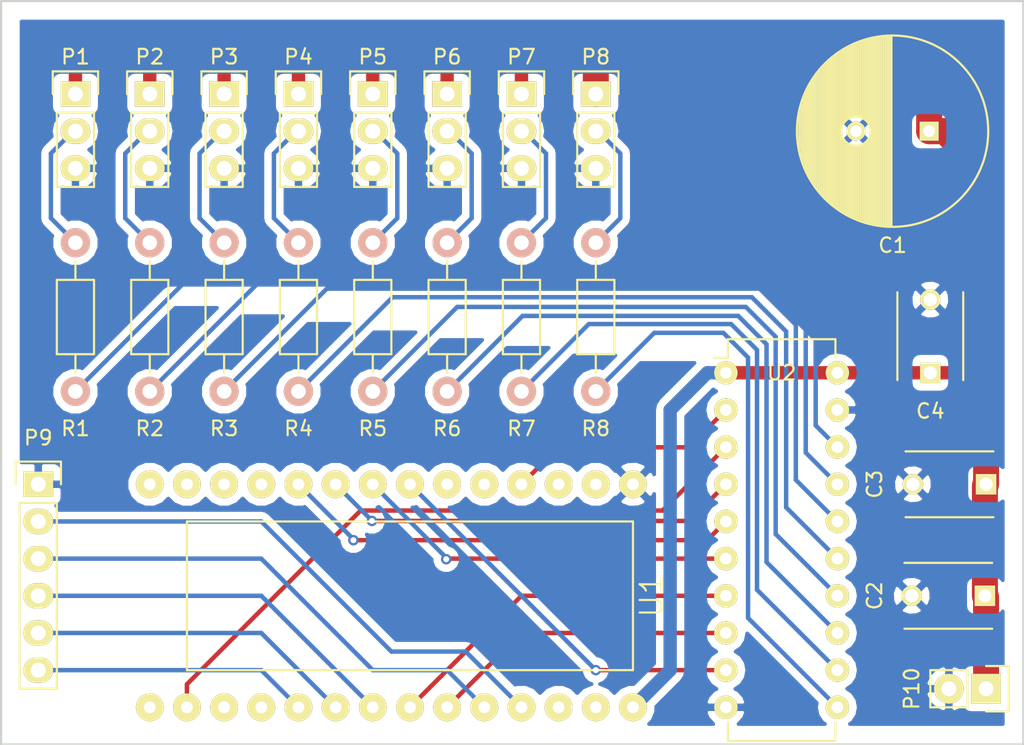
<source format=kicad_pcb>
(kicad_pcb (version 4) (host pcbnew 4.0.2-stable)

  (general
    (links 61)
    (no_connects 2)
    (area 126.924999 76.124999 196.925001 127.075001)
    (thickness 1.6)
    (drawings 4)
    (tracks 153)
    (zones 0)
    (modules 24)
    (nets 44)
  )

  (page A4)
  (layers
    (0 F.Cu signal)
    (31 B.Cu signal)
    (32 B.Adhes user)
    (33 F.Adhes user)
    (34 B.Paste user)
    (35 F.Paste user)
    (36 B.SilkS user)
    (37 F.SilkS user)
    (38 B.Mask user)
    (39 F.Mask user)
    (40 Dwgs.User user)
    (41 Cmts.User user)
    (42 Eco1.User user)
    (43 Eco2.User user)
    (44 Edge.Cuts user)
    (45 Margin user)
    (46 B.CrtYd user)
    (47 F.CrtYd user)
    (48 B.Fab user)
    (49 F.Fab user)
  )

  (setup
    (last_trace_width 0.3048)
    (trace_clearance 0.2032)
    (zone_clearance 0.508)
    (zone_45_only no)
    (trace_min 0.03048)
    (segment_width 0.2)
    (edge_width 0.15)
    (via_size 0.7112)
    (via_drill 0.4064)
    (via_min_size 0.7112)
    (via_min_drill 0.3556)
    (uvia_size 0.3)
    (uvia_drill 0.1)
    (uvias_allowed no)
    (uvia_min_size 0)
    (uvia_min_drill 0)
    (pcb_text_width 0.3)
    (pcb_text_size 1.5 1.5)
    (mod_edge_width 0.15)
    (mod_text_size 1 1)
    (mod_text_width 0.15)
    (pad_size 1.524 1.524)
    (pad_drill 0.762)
    (pad_to_mask_clearance 0.2)
    (aux_axis_origin 0 0)
    (visible_elements FFFFFF7F)
    (pcbplotparams
      (layerselection 0x00030_80000001)
      (usegerberextensions false)
      (excludeedgelayer true)
      (linewidth 0.100000)
      (plotframeref false)
      (viasonmask false)
      (mode 1)
      (useauxorigin false)
      (hpglpennumber 1)
      (hpglpenspeed 20)
      (hpglpendiameter 15)
      (hpglpenoverlay 2)
      (psnegative false)
      (psa4output false)
      (plotreference true)
      (plotvalue true)
      (plotinvisibletext false)
      (padsonsilk false)
      (subtractmaskfromsilk false)
      (outputformat 1)
      (mirror false)
      (drillshape 1)
      (scaleselection 1)
      (outputdirectory ""))
  )

  (net 0 "")
  (net 1 VCC)
  (net 2 GND)
  (net 3 /DIN1)
  (net 4 /DIN2)
  (net 5 /DIN3)
  (net 6 /DIN4)
  (net 7 /DIN5)
  (net 8 /DIN6)
  (net 9 /DIN7)
  (net 10 /DIN8)
  (net 11 /AUX5)
  (net 12 /AUX4)
  (net 13 /AUX3)
  (net 14 /AUX2)
  (net 15 /AUX1)
  (net 16 "Net-(R1-Pad1)")
  (net 17 "Net-(R2-Pad1)")
  (net 18 "Net-(R3-Pad1)")
  (net 19 "Net-(R4-Pad1)")
  (net 20 "Net-(R5-Pad1)")
  (net 21 "Net-(R6-Pad1)")
  (net 22 "Net-(R7-Pad1)")
  (net 23 "Net-(R8-Pad1)")
  (net 24 "Net-(U1-Pad0)")
  (net 25 "Net-(U1-Pad1)")
  (net 26 /OCTO1)
  (net 27 "Net-(U1-Pad3)")
  (net 28 "Net-(U1-Pad4)")
  (net 29 /OCTO8)
  (net 30 /OCTO5)
  (net 31 /OCTO3)
  (net 32 /OCTO4)
  (net 33 "Net-(U1-Pad9)")
  (net 34 "Net-(U1-Pad10)")
  (net 35 "Net-(U1-Pad11)")
  (net 36 "Net-(U1-Pad12)")
  (net 37 "Net-(U1-Pad13)")
  (net 38 /OCTO2)
  (net 39 "Net-(U1-Pad15)")
  (net 40 /OCTO6)
  (net 41 /OCTO7)
  (net 42 "Net-(U1-Pad24)")
  (net 43 "Net-(U1-Pad25)")

  (net_class Default "This is the default net class."
    (clearance 0.2032)
    (trace_width 0.3048)
    (via_dia 0.7112)
    (via_drill 0.4064)
    (uvia_dia 0.3)
    (uvia_drill 0.1)
    (add_net /AUX1)
    (add_net /AUX2)
    (add_net /AUX3)
    (add_net /AUX4)
    (add_net /AUX5)
    (add_net /DIN1)
    (add_net /DIN2)
    (add_net /DIN3)
    (add_net /DIN4)
    (add_net /DIN5)
    (add_net /DIN6)
    (add_net /DIN7)
    (add_net /DIN8)
    (add_net /OCTO1)
    (add_net /OCTO2)
    (add_net /OCTO3)
    (add_net /OCTO4)
    (add_net /OCTO5)
    (add_net /OCTO6)
    (add_net /OCTO7)
    (add_net /OCTO8)
    (add_net "Net-(R1-Pad1)")
    (add_net "Net-(R2-Pad1)")
    (add_net "Net-(R3-Pad1)")
    (add_net "Net-(R4-Pad1)")
    (add_net "Net-(R5-Pad1)")
    (add_net "Net-(R6-Pad1)")
    (add_net "Net-(R7-Pad1)")
    (add_net "Net-(R8-Pad1)")
    (add_net "Net-(U1-Pad0)")
    (add_net "Net-(U1-Pad1)")
    (add_net "Net-(U1-Pad10)")
    (add_net "Net-(U1-Pad11)")
    (add_net "Net-(U1-Pad12)")
    (add_net "Net-(U1-Pad13)")
    (add_net "Net-(U1-Pad15)")
    (add_net "Net-(U1-Pad24)")
    (add_net "Net-(U1-Pad25)")
    (add_net "Net-(U1-Pad3)")
    (add_net "Net-(U1-Pad4)")
    (add_net "Net-(U1-Pad9)")
  )

  (net_class POWER ""
    (clearance 0.508)
    (trace_width 0.9144)
    (via_dia 0.7112)
    (via_drill 0.4064)
    (uvia_dia 0.3)
    (uvia_drill 0.1)
    (add_net GND)
    (add_net VCC)
  )

  (module Capacitors_ThroughHole:C_Radial_D13_L25_P5 (layer F.Cu) (tedit 0) (tstamp 56FA0912)
    (at 190.42 85.09 180)
    (descr "Radial Electrolytic Capacitor Diameter 13mm x Length 25mm, Pitch 5mm")
    (tags "Electrolytic Capacitor")
    (path /56F9FD6A)
    (fp_text reference C1 (at 2.5 -7.8 180) (layer F.SilkS)
      (effects (font (size 1 1) (thickness 0.15)))
    )
    (fp_text value 1000uF (at 10.08 0 270) (layer F.Fab)
      (effects (font (size 1 1) (thickness 0.15)))
    )
    (fp_line (start 2.575 -6.5) (end 2.575 6.5) (layer F.SilkS) (width 0.15))
    (fp_line (start 2.715 -6.496) (end 2.715 6.496) (layer F.SilkS) (width 0.15))
    (fp_line (start 2.855 -6.49) (end 2.855 6.49) (layer F.SilkS) (width 0.15))
    (fp_line (start 2.995 -6.481) (end 2.995 6.481) (layer F.SilkS) (width 0.15))
    (fp_line (start 3.135 -6.469) (end 3.135 6.469) (layer F.SilkS) (width 0.15))
    (fp_line (start 3.275 -6.454) (end 3.275 6.454) (layer F.SilkS) (width 0.15))
    (fp_line (start 3.415 -6.435) (end 3.415 6.435) (layer F.SilkS) (width 0.15))
    (fp_line (start 3.555 -6.414) (end 3.555 6.414) (layer F.SilkS) (width 0.15))
    (fp_line (start 3.695 -6.389) (end 3.695 6.389) (layer F.SilkS) (width 0.15))
    (fp_line (start 3.835 -6.361) (end 3.835 6.361) (layer F.SilkS) (width 0.15))
    (fp_line (start 3.975 -6.33) (end 3.975 6.33) (layer F.SilkS) (width 0.15))
    (fp_line (start 4.115 -6.296) (end 4.115 -0.466) (layer F.SilkS) (width 0.15))
    (fp_line (start 4.115 0.466) (end 4.115 6.296) (layer F.SilkS) (width 0.15))
    (fp_line (start 4.255 -6.259) (end 4.255 -0.667) (layer F.SilkS) (width 0.15))
    (fp_line (start 4.255 0.667) (end 4.255 6.259) (layer F.SilkS) (width 0.15))
    (fp_line (start 4.395 -6.218) (end 4.395 -0.796) (layer F.SilkS) (width 0.15))
    (fp_line (start 4.395 0.796) (end 4.395 6.218) (layer F.SilkS) (width 0.15))
    (fp_line (start 4.535 -6.173) (end 4.535 -0.885) (layer F.SilkS) (width 0.15))
    (fp_line (start 4.535 0.885) (end 4.535 6.173) (layer F.SilkS) (width 0.15))
    (fp_line (start 4.675 -6.125) (end 4.675 -0.946) (layer F.SilkS) (width 0.15))
    (fp_line (start 4.675 0.946) (end 4.675 6.125) (layer F.SilkS) (width 0.15))
    (fp_line (start 4.815 -6.074) (end 4.815 -0.983) (layer F.SilkS) (width 0.15))
    (fp_line (start 4.815 0.983) (end 4.815 6.074) (layer F.SilkS) (width 0.15))
    (fp_line (start 4.955 -6.019) (end 4.955 -0.999) (layer F.SilkS) (width 0.15))
    (fp_line (start 4.955 0.999) (end 4.955 6.019) (layer F.SilkS) (width 0.15))
    (fp_line (start 5.095 -5.96) (end 5.095 -0.995) (layer F.SilkS) (width 0.15))
    (fp_line (start 5.095 0.995) (end 5.095 5.96) (layer F.SilkS) (width 0.15))
    (fp_line (start 5.235 -5.897) (end 5.235 -0.972) (layer F.SilkS) (width 0.15))
    (fp_line (start 5.235 0.972) (end 5.235 5.897) (layer F.SilkS) (width 0.15))
    (fp_line (start 5.375 -5.83) (end 5.375 -0.927) (layer F.SilkS) (width 0.15))
    (fp_line (start 5.375 0.927) (end 5.375 5.83) (layer F.SilkS) (width 0.15))
    (fp_line (start 5.515 -5.758) (end 5.515 -0.857) (layer F.SilkS) (width 0.15))
    (fp_line (start 5.515 0.857) (end 5.515 5.758) (layer F.SilkS) (width 0.15))
    (fp_line (start 5.655 -5.683) (end 5.655 -0.756) (layer F.SilkS) (width 0.15))
    (fp_line (start 5.655 0.756) (end 5.655 5.683) (layer F.SilkS) (width 0.15))
    (fp_line (start 5.795 -5.603) (end 5.795 -0.607) (layer F.SilkS) (width 0.15))
    (fp_line (start 5.795 0.607) (end 5.795 5.603) (layer F.SilkS) (width 0.15))
    (fp_line (start 5.935 -5.518) (end 5.935 -0.355) (layer F.SilkS) (width 0.15))
    (fp_line (start 5.935 0.355) (end 5.935 5.518) (layer F.SilkS) (width 0.15))
    (fp_line (start 6.075 -5.429) (end 6.075 5.429) (layer F.SilkS) (width 0.15))
    (fp_line (start 6.215 -5.334) (end 6.215 5.334) (layer F.SilkS) (width 0.15))
    (fp_line (start 6.355 -5.233) (end 6.355 5.233) (layer F.SilkS) (width 0.15))
    (fp_line (start 6.495 -5.127) (end 6.495 5.127) (layer F.SilkS) (width 0.15))
    (fp_line (start 6.635 -5.015) (end 6.635 5.015) (layer F.SilkS) (width 0.15))
    (fp_line (start 6.775 -4.896) (end 6.775 4.896) (layer F.SilkS) (width 0.15))
    (fp_line (start 6.915 -4.771) (end 6.915 4.771) (layer F.SilkS) (width 0.15))
    (fp_line (start 7.055 -4.637) (end 7.055 4.637) (layer F.SilkS) (width 0.15))
    (fp_line (start 7.195 -4.495) (end 7.195 4.495) (layer F.SilkS) (width 0.15))
    (fp_line (start 7.335 -4.344) (end 7.335 4.344) (layer F.SilkS) (width 0.15))
    (fp_line (start 7.475 -4.183) (end 7.475 4.183) (layer F.SilkS) (width 0.15))
    (fp_line (start 7.615 -4.011) (end 7.615 4.011) (layer F.SilkS) (width 0.15))
    (fp_line (start 7.755 -3.826) (end 7.755 3.826) (layer F.SilkS) (width 0.15))
    (fp_line (start 7.895 -3.625) (end 7.895 3.625) (layer F.SilkS) (width 0.15))
    (fp_line (start 8.035 -3.408) (end 8.035 3.408) (layer F.SilkS) (width 0.15))
    (fp_line (start 8.175 -3.169) (end 8.175 3.169) (layer F.SilkS) (width 0.15))
    (fp_line (start 8.315 -2.904) (end 8.315 2.904) (layer F.SilkS) (width 0.15))
    (fp_line (start 8.455 -2.605) (end 8.455 2.605) (layer F.SilkS) (width 0.15))
    (fp_line (start 8.595 -2.259) (end 8.595 2.259) (layer F.SilkS) (width 0.15))
    (fp_line (start 8.735 -1.837) (end 8.735 1.837) (layer F.SilkS) (width 0.15))
    (fp_line (start 8.875 -1.269) (end 8.875 1.269) (layer F.SilkS) (width 0.15))
    (fp_circle (center 5 0) (end 5 -1) (layer F.SilkS) (width 0.15))
    (fp_circle (center 2.5 0) (end 2.5 -6.5375) (layer F.SilkS) (width 0.15))
    (fp_circle (center 2.5 0) (end 2.5 -6.8) (layer F.CrtYd) (width 0.05))
    (pad 1 thru_hole rect (at 0 0 180) (size 1.3 1.3) (drill 0.8) (layers *.Cu *.Mask F.SilkS)
      (net 1 VCC))
    (pad 2 thru_hole circle (at 5 0 180) (size 1.3 1.3) (drill 0.8) (layers *.Cu *.Mask F.SilkS)
      (net 2 GND))
    (model Capacitors_ThroughHole.3dshapes/C_Radial_D13_L25_P5.wrl
      (at (xyz 0.0984252 0 0))
      (scale (xyz 1 1 1))
      (rotate (xyz 0 0 90))
    )
  )

  (module Pin_Headers:Pin_Header_Straight_1x03 (layer F.Cu) (tedit 0) (tstamp 56FA0919)
    (at 132.08 82.55)
    (descr "Through hole pin header")
    (tags "pin header")
    (path /56FA2978)
    (fp_text reference P1 (at 0 -2.54) (layer F.SilkS)
      (effects (font (size 1 1) (thickness 0.15)))
    )
    (fp_text value D1 (at 0 7.62 180) (layer F.Fab)
      (effects (font (size 1 1) (thickness 0.15)))
    )
    (fp_line (start -1.75 -1.75) (end -1.75 6.85) (layer F.CrtYd) (width 0.05))
    (fp_line (start 1.75 -1.75) (end 1.75 6.85) (layer F.CrtYd) (width 0.05))
    (fp_line (start -1.75 -1.75) (end 1.75 -1.75) (layer F.CrtYd) (width 0.05))
    (fp_line (start -1.75 6.85) (end 1.75 6.85) (layer F.CrtYd) (width 0.05))
    (fp_line (start -1.27 1.27) (end -1.27 6.35) (layer F.SilkS) (width 0.15))
    (fp_line (start -1.27 6.35) (end 1.27 6.35) (layer F.SilkS) (width 0.15))
    (fp_line (start 1.27 6.35) (end 1.27 1.27) (layer F.SilkS) (width 0.15))
    (fp_line (start 1.55 -1.55) (end 1.55 0) (layer F.SilkS) (width 0.15))
    (fp_line (start 1.27 1.27) (end -1.27 1.27) (layer F.SilkS) (width 0.15))
    (fp_line (start -1.55 0) (end -1.55 -1.55) (layer F.SilkS) (width 0.15))
    (fp_line (start -1.55 -1.55) (end 1.55 -1.55) (layer F.SilkS) (width 0.15))
    (pad 1 thru_hole rect (at 0 0) (size 2.032 1.7272) (drill 1.016) (layers *.Cu *.Mask F.SilkS)
      (net 1 VCC))
    (pad 2 thru_hole oval (at 0 2.54) (size 2.032 1.7272) (drill 1.016) (layers *.Cu *.Mask F.SilkS)
      (net 3 /DIN1))
    (pad 3 thru_hole oval (at 0 5.08) (size 2.032 1.7272) (drill 1.016) (layers *.Cu *.Mask F.SilkS)
      (net 2 GND))
    (model Pin_Headers.3dshapes/Pin_Header_Straight_1x03.wrl
      (at (xyz 0 -0.1 0))
      (scale (xyz 1 1 1))
      (rotate (xyz 0 0 90))
    )
  )

  (module Pin_Headers:Pin_Header_Straight_1x03 (layer F.Cu) (tedit 0) (tstamp 56FA0920)
    (at 137.16 82.55)
    (descr "Through hole pin header")
    (tags "pin header")
    (path /56FA33E4)
    (fp_text reference P2 (at 0 -2.54) (layer F.SilkS)
      (effects (font (size 1 1) (thickness 0.15)))
    )
    (fp_text value D2 (at 0 7.62 180) (layer F.Fab)
      (effects (font (size 1 1) (thickness 0.15)))
    )
    (fp_line (start -1.75 -1.75) (end -1.75 6.85) (layer F.CrtYd) (width 0.05))
    (fp_line (start 1.75 -1.75) (end 1.75 6.85) (layer F.CrtYd) (width 0.05))
    (fp_line (start -1.75 -1.75) (end 1.75 -1.75) (layer F.CrtYd) (width 0.05))
    (fp_line (start -1.75 6.85) (end 1.75 6.85) (layer F.CrtYd) (width 0.05))
    (fp_line (start -1.27 1.27) (end -1.27 6.35) (layer F.SilkS) (width 0.15))
    (fp_line (start -1.27 6.35) (end 1.27 6.35) (layer F.SilkS) (width 0.15))
    (fp_line (start 1.27 6.35) (end 1.27 1.27) (layer F.SilkS) (width 0.15))
    (fp_line (start 1.55 -1.55) (end 1.55 0) (layer F.SilkS) (width 0.15))
    (fp_line (start 1.27 1.27) (end -1.27 1.27) (layer F.SilkS) (width 0.15))
    (fp_line (start -1.55 0) (end -1.55 -1.55) (layer F.SilkS) (width 0.15))
    (fp_line (start -1.55 -1.55) (end 1.55 -1.55) (layer F.SilkS) (width 0.15))
    (pad 1 thru_hole rect (at 0 0) (size 2.032 1.7272) (drill 1.016) (layers *.Cu *.Mask F.SilkS)
      (net 1 VCC))
    (pad 2 thru_hole oval (at 0 2.54) (size 2.032 1.7272) (drill 1.016) (layers *.Cu *.Mask F.SilkS)
      (net 4 /DIN2))
    (pad 3 thru_hole oval (at 0 5.08) (size 2.032 1.7272) (drill 1.016) (layers *.Cu *.Mask F.SilkS)
      (net 2 GND))
    (model Pin_Headers.3dshapes/Pin_Header_Straight_1x03.wrl
      (at (xyz 0 -0.1 0))
      (scale (xyz 1 1 1))
      (rotate (xyz 0 0 90))
    )
  )

  (module Pin_Headers:Pin_Header_Straight_1x03 (layer F.Cu) (tedit 0) (tstamp 56FA0927)
    (at 142.24 82.55)
    (descr "Through hole pin header")
    (tags "pin header")
    (path /56FA3676)
    (fp_text reference P3 (at 0 -2.54) (layer F.SilkS)
      (effects (font (size 1 1) (thickness 0.15)))
    )
    (fp_text value D3 (at 0 7.62 180) (layer F.Fab)
      (effects (font (size 1 1) (thickness 0.15)))
    )
    (fp_line (start -1.75 -1.75) (end -1.75 6.85) (layer F.CrtYd) (width 0.05))
    (fp_line (start 1.75 -1.75) (end 1.75 6.85) (layer F.CrtYd) (width 0.05))
    (fp_line (start -1.75 -1.75) (end 1.75 -1.75) (layer F.CrtYd) (width 0.05))
    (fp_line (start -1.75 6.85) (end 1.75 6.85) (layer F.CrtYd) (width 0.05))
    (fp_line (start -1.27 1.27) (end -1.27 6.35) (layer F.SilkS) (width 0.15))
    (fp_line (start -1.27 6.35) (end 1.27 6.35) (layer F.SilkS) (width 0.15))
    (fp_line (start 1.27 6.35) (end 1.27 1.27) (layer F.SilkS) (width 0.15))
    (fp_line (start 1.55 -1.55) (end 1.55 0) (layer F.SilkS) (width 0.15))
    (fp_line (start 1.27 1.27) (end -1.27 1.27) (layer F.SilkS) (width 0.15))
    (fp_line (start -1.55 0) (end -1.55 -1.55) (layer F.SilkS) (width 0.15))
    (fp_line (start -1.55 -1.55) (end 1.55 -1.55) (layer F.SilkS) (width 0.15))
    (pad 1 thru_hole rect (at 0 0) (size 2.032 1.7272) (drill 1.016) (layers *.Cu *.Mask F.SilkS)
      (net 1 VCC))
    (pad 2 thru_hole oval (at 0 2.54) (size 2.032 1.7272) (drill 1.016) (layers *.Cu *.Mask F.SilkS)
      (net 5 /DIN3))
    (pad 3 thru_hole oval (at 0 5.08) (size 2.032 1.7272) (drill 1.016) (layers *.Cu *.Mask F.SilkS)
      (net 2 GND))
    (model Pin_Headers.3dshapes/Pin_Header_Straight_1x03.wrl
      (at (xyz 0 -0.1 0))
      (scale (xyz 1 1 1))
      (rotate (xyz 0 0 90))
    )
  )

  (module Pin_Headers:Pin_Header_Straight_1x03 (layer F.Cu) (tedit 0) (tstamp 56FA092E)
    (at 147.32 82.55)
    (descr "Through hole pin header")
    (tags "pin header")
    (path /56FA373A)
    (fp_text reference P4 (at 0 -2.54) (layer F.SilkS)
      (effects (font (size 1 1) (thickness 0.15)))
    )
    (fp_text value D4 (at 0 7.62 180) (layer F.Fab)
      (effects (font (size 1 1) (thickness 0.15)))
    )
    (fp_line (start -1.75 -1.75) (end -1.75 6.85) (layer F.CrtYd) (width 0.05))
    (fp_line (start 1.75 -1.75) (end 1.75 6.85) (layer F.CrtYd) (width 0.05))
    (fp_line (start -1.75 -1.75) (end 1.75 -1.75) (layer F.CrtYd) (width 0.05))
    (fp_line (start -1.75 6.85) (end 1.75 6.85) (layer F.CrtYd) (width 0.05))
    (fp_line (start -1.27 1.27) (end -1.27 6.35) (layer F.SilkS) (width 0.15))
    (fp_line (start -1.27 6.35) (end 1.27 6.35) (layer F.SilkS) (width 0.15))
    (fp_line (start 1.27 6.35) (end 1.27 1.27) (layer F.SilkS) (width 0.15))
    (fp_line (start 1.55 -1.55) (end 1.55 0) (layer F.SilkS) (width 0.15))
    (fp_line (start 1.27 1.27) (end -1.27 1.27) (layer F.SilkS) (width 0.15))
    (fp_line (start -1.55 0) (end -1.55 -1.55) (layer F.SilkS) (width 0.15))
    (fp_line (start -1.55 -1.55) (end 1.55 -1.55) (layer F.SilkS) (width 0.15))
    (pad 1 thru_hole rect (at 0 0) (size 2.032 1.7272) (drill 1.016) (layers *.Cu *.Mask F.SilkS)
      (net 1 VCC))
    (pad 2 thru_hole oval (at 0 2.54) (size 2.032 1.7272) (drill 1.016) (layers *.Cu *.Mask F.SilkS)
      (net 6 /DIN4))
    (pad 3 thru_hole oval (at 0 5.08) (size 2.032 1.7272) (drill 1.016) (layers *.Cu *.Mask F.SilkS)
      (net 2 GND))
    (model Pin_Headers.3dshapes/Pin_Header_Straight_1x03.wrl
      (at (xyz 0 -0.1 0))
      (scale (xyz 1 1 1))
      (rotate (xyz 0 0 90))
    )
  )

  (module Pin_Headers:Pin_Header_Straight_1x03 (layer F.Cu) (tedit 0) (tstamp 56FA0935)
    (at 152.4 82.55)
    (descr "Through hole pin header")
    (tags "pin header")
    (path /56FA38DA)
    (fp_text reference P5 (at 0 -2.54) (layer F.SilkS)
      (effects (font (size 1 1) (thickness 0.15)))
    )
    (fp_text value D5 (at 0 7.62 180) (layer F.Fab)
      (effects (font (size 1 1) (thickness 0.15)))
    )
    (fp_line (start -1.75 -1.75) (end -1.75 6.85) (layer F.CrtYd) (width 0.05))
    (fp_line (start 1.75 -1.75) (end 1.75 6.85) (layer F.CrtYd) (width 0.05))
    (fp_line (start -1.75 -1.75) (end 1.75 -1.75) (layer F.CrtYd) (width 0.05))
    (fp_line (start -1.75 6.85) (end 1.75 6.85) (layer F.CrtYd) (width 0.05))
    (fp_line (start -1.27 1.27) (end -1.27 6.35) (layer F.SilkS) (width 0.15))
    (fp_line (start -1.27 6.35) (end 1.27 6.35) (layer F.SilkS) (width 0.15))
    (fp_line (start 1.27 6.35) (end 1.27 1.27) (layer F.SilkS) (width 0.15))
    (fp_line (start 1.55 -1.55) (end 1.55 0) (layer F.SilkS) (width 0.15))
    (fp_line (start 1.27 1.27) (end -1.27 1.27) (layer F.SilkS) (width 0.15))
    (fp_line (start -1.55 0) (end -1.55 -1.55) (layer F.SilkS) (width 0.15))
    (fp_line (start -1.55 -1.55) (end 1.55 -1.55) (layer F.SilkS) (width 0.15))
    (pad 1 thru_hole rect (at 0 0) (size 2.032 1.7272) (drill 1.016) (layers *.Cu *.Mask F.SilkS)
      (net 1 VCC))
    (pad 2 thru_hole oval (at 0 2.54) (size 2.032 1.7272) (drill 1.016) (layers *.Cu *.Mask F.SilkS)
      (net 7 /DIN5))
    (pad 3 thru_hole oval (at 0 5.08) (size 2.032 1.7272) (drill 1.016) (layers *.Cu *.Mask F.SilkS)
      (net 2 GND))
    (model Pin_Headers.3dshapes/Pin_Header_Straight_1x03.wrl
      (at (xyz 0 -0.1 0))
      (scale (xyz 1 1 1))
      (rotate (xyz 0 0 90))
    )
  )

  (module Pin_Headers:Pin_Header_Straight_1x03 (layer F.Cu) (tedit 0) (tstamp 56FA093C)
    (at 157.48 82.55)
    (descr "Through hole pin header")
    (tags "pin header")
    (path /56FA39BE)
    (fp_text reference P6 (at 0 -2.54) (layer F.SilkS)
      (effects (font (size 1 1) (thickness 0.15)))
    )
    (fp_text value D6 (at 0 7.62 180) (layer F.Fab)
      (effects (font (size 1 1) (thickness 0.15)))
    )
    (fp_line (start -1.75 -1.75) (end -1.75 6.85) (layer F.CrtYd) (width 0.05))
    (fp_line (start 1.75 -1.75) (end 1.75 6.85) (layer F.CrtYd) (width 0.05))
    (fp_line (start -1.75 -1.75) (end 1.75 -1.75) (layer F.CrtYd) (width 0.05))
    (fp_line (start -1.75 6.85) (end 1.75 6.85) (layer F.CrtYd) (width 0.05))
    (fp_line (start -1.27 1.27) (end -1.27 6.35) (layer F.SilkS) (width 0.15))
    (fp_line (start -1.27 6.35) (end 1.27 6.35) (layer F.SilkS) (width 0.15))
    (fp_line (start 1.27 6.35) (end 1.27 1.27) (layer F.SilkS) (width 0.15))
    (fp_line (start 1.55 -1.55) (end 1.55 0) (layer F.SilkS) (width 0.15))
    (fp_line (start 1.27 1.27) (end -1.27 1.27) (layer F.SilkS) (width 0.15))
    (fp_line (start -1.55 0) (end -1.55 -1.55) (layer F.SilkS) (width 0.15))
    (fp_line (start -1.55 -1.55) (end 1.55 -1.55) (layer F.SilkS) (width 0.15))
    (pad 1 thru_hole rect (at 0 0) (size 2.032 1.7272) (drill 1.016) (layers *.Cu *.Mask F.SilkS)
      (net 1 VCC))
    (pad 2 thru_hole oval (at 0 2.54) (size 2.032 1.7272) (drill 1.016) (layers *.Cu *.Mask F.SilkS)
      (net 8 /DIN6))
    (pad 3 thru_hole oval (at 0 5.08) (size 2.032 1.7272) (drill 1.016) (layers *.Cu *.Mask F.SilkS)
      (net 2 GND))
    (model Pin_Headers.3dshapes/Pin_Header_Straight_1x03.wrl
      (at (xyz 0 -0.1 0))
      (scale (xyz 1 1 1))
      (rotate (xyz 0 0 90))
    )
  )

  (module Pin_Headers:Pin_Header_Straight_1x03 (layer F.Cu) (tedit 0) (tstamp 56FA0943)
    (at 162.56 82.55)
    (descr "Through hole pin header")
    (tags "pin header")
    (path /56FA3A60)
    (fp_text reference P7 (at 0 -2.54) (layer F.SilkS)
      (effects (font (size 1 1) (thickness 0.15)))
    )
    (fp_text value D7 (at 0 7.62 180) (layer F.Fab)
      (effects (font (size 1 1) (thickness 0.15)))
    )
    (fp_line (start -1.75 -1.75) (end -1.75 6.85) (layer F.CrtYd) (width 0.05))
    (fp_line (start 1.75 -1.75) (end 1.75 6.85) (layer F.CrtYd) (width 0.05))
    (fp_line (start -1.75 -1.75) (end 1.75 -1.75) (layer F.CrtYd) (width 0.05))
    (fp_line (start -1.75 6.85) (end 1.75 6.85) (layer F.CrtYd) (width 0.05))
    (fp_line (start -1.27 1.27) (end -1.27 6.35) (layer F.SilkS) (width 0.15))
    (fp_line (start -1.27 6.35) (end 1.27 6.35) (layer F.SilkS) (width 0.15))
    (fp_line (start 1.27 6.35) (end 1.27 1.27) (layer F.SilkS) (width 0.15))
    (fp_line (start 1.55 -1.55) (end 1.55 0) (layer F.SilkS) (width 0.15))
    (fp_line (start 1.27 1.27) (end -1.27 1.27) (layer F.SilkS) (width 0.15))
    (fp_line (start -1.55 0) (end -1.55 -1.55) (layer F.SilkS) (width 0.15))
    (fp_line (start -1.55 -1.55) (end 1.55 -1.55) (layer F.SilkS) (width 0.15))
    (pad 1 thru_hole rect (at 0 0) (size 2.032 1.7272) (drill 1.016) (layers *.Cu *.Mask F.SilkS)
      (net 1 VCC))
    (pad 2 thru_hole oval (at 0 2.54) (size 2.032 1.7272) (drill 1.016) (layers *.Cu *.Mask F.SilkS)
      (net 9 /DIN7))
    (pad 3 thru_hole oval (at 0 5.08) (size 2.032 1.7272) (drill 1.016) (layers *.Cu *.Mask F.SilkS)
      (net 2 GND))
    (model Pin_Headers.3dshapes/Pin_Header_Straight_1x03.wrl
      (at (xyz 0 -0.1 0))
      (scale (xyz 1 1 1))
      (rotate (xyz 0 0 90))
    )
  )

  (module Pin_Headers:Pin_Header_Straight_1x03 (layer F.Cu) (tedit 0) (tstamp 56FA094A)
    (at 167.64 82.55)
    (descr "Through hole pin header")
    (tags "pin header")
    (path /56FA3B6D)
    (fp_text reference P8 (at 0 -2.54) (layer F.SilkS)
      (effects (font (size 1 1) (thickness 0.15)))
    )
    (fp_text value D8 (at 0 7.62 180) (layer F.Fab)
      (effects (font (size 1 1) (thickness 0.15)))
    )
    (fp_line (start -1.75 -1.75) (end -1.75 6.85) (layer F.CrtYd) (width 0.05))
    (fp_line (start 1.75 -1.75) (end 1.75 6.85) (layer F.CrtYd) (width 0.05))
    (fp_line (start -1.75 -1.75) (end 1.75 -1.75) (layer F.CrtYd) (width 0.05))
    (fp_line (start -1.75 6.85) (end 1.75 6.85) (layer F.CrtYd) (width 0.05))
    (fp_line (start -1.27 1.27) (end -1.27 6.35) (layer F.SilkS) (width 0.15))
    (fp_line (start -1.27 6.35) (end 1.27 6.35) (layer F.SilkS) (width 0.15))
    (fp_line (start 1.27 6.35) (end 1.27 1.27) (layer F.SilkS) (width 0.15))
    (fp_line (start 1.55 -1.55) (end 1.55 0) (layer F.SilkS) (width 0.15))
    (fp_line (start 1.27 1.27) (end -1.27 1.27) (layer F.SilkS) (width 0.15))
    (fp_line (start -1.55 0) (end -1.55 -1.55) (layer F.SilkS) (width 0.15))
    (fp_line (start -1.55 -1.55) (end 1.55 -1.55) (layer F.SilkS) (width 0.15))
    (pad 1 thru_hole rect (at 0 0) (size 2.032 1.7272) (drill 1.016) (layers *.Cu *.Mask F.SilkS)
      (net 1 VCC))
    (pad 2 thru_hole oval (at 0 2.54) (size 2.032 1.7272) (drill 1.016) (layers *.Cu *.Mask F.SilkS)
      (net 10 /DIN8))
    (pad 3 thru_hole oval (at 0 5.08) (size 2.032 1.7272) (drill 1.016) (layers *.Cu *.Mask F.SilkS)
      (net 2 GND))
    (model Pin_Headers.3dshapes/Pin_Header_Straight_1x03.wrl
      (at (xyz 0 -0.1 0))
      (scale (xyz 1 1 1))
      (rotate (xyz 0 0 90))
    )
  )

  (module Pin_Headers:Pin_Header_Straight_1x06 (layer F.Cu) (tedit 0) (tstamp 56FA0954)
    (at 129.54 109.22)
    (descr "Through hole pin header")
    (tags "pin header")
    (path /56FA0C9E)
    (fp_text reference P9 (at 0 -3.175) (layer F.SilkS)
      (effects (font (size 1 1) (thickness 0.15)))
    )
    (fp_text value AUX_DATA (at 2.54 5.715 90) (layer F.Fab)
      (effects (font (size 1 1) (thickness 0.15)))
    )
    (fp_line (start -1.75 -1.75) (end -1.75 14.45) (layer F.CrtYd) (width 0.05))
    (fp_line (start 1.75 -1.75) (end 1.75 14.45) (layer F.CrtYd) (width 0.05))
    (fp_line (start -1.75 -1.75) (end 1.75 -1.75) (layer F.CrtYd) (width 0.05))
    (fp_line (start -1.75 14.45) (end 1.75 14.45) (layer F.CrtYd) (width 0.05))
    (fp_line (start 1.27 1.27) (end 1.27 13.97) (layer F.SilkS) (width 0.15))
    (fp_line (start 1.27 13.97) (end -1.27 13.97) (layer F.SilkS) (width 0.15))
    (fp_line (start -1.27 13.97) (end -1.27 1.27) (layer F.SilkS) (width 0.15))
    (fp_line (start 1.55 -1.55) (end 1.55 0) (layer F.SilkS) (width 0.15))
    (fp_line (start 1.27 1.27) (end -1.27 1.27) (layer F.SilkS) (width 0.15))
    (fp_line (start -1.55 0) (end -1.55 -1.55) (layer F.SilkS) (width 0.15))
    (fp_line (start -1.55 -1.55) (end 1.55 -1.55) (layer F.SilkS) (width 0.15))
    (pad 1 thru_hole rect (at 0 0) (size 2.032 1.7272) (drill 1.016) (layers *.Cu *.Mask F.SilkS)
      (net 2 GND))
    (pad 2 thru_hole oval (at 0 2.54) (size 2.032 1.7272) (drill 1.016) (layers *.Cu *.Mask F.SilkS)
      (net 11 /AUX5))
    (pad 3 thru_hole oval (at 0 5.08) (size 2.032 1.7272) (drill 1.016) (layers *.Cu *.Mask F.SilkS)
      (net 12 /AUX4))
    (pad 4 thru_hole oval (at 0 7.62) (size 2.032 1.7272) (drill 1.016) (layers *.Cu *.Mask F.SilkS)
      (net 13 /AUX3))
    (pad 5 thru_hole oval (at 0 10.16) (size 2.032 1.7272) (drill 1.016) (layers *.Cu *.Mask F.SilkS)
      (net 14 /AUX2))
    (pad 6 thru_hole oval (at 0 12.7) (size 2.032 1.7272) (drill 1.016) (layers *.Cu *.Mask F.SilkS)
      (net 15 /AUX1))
    (model Pin_Headers.3dshapes/Pin_Header_Straight_1x06.wrl
      (at (xyz 0 -0.25 0))
      (scale (xyz 1 1 1))
      (rotate (xyz 0 0 90))
    )
  )

  (module Pin_Headers:Pin_Header_Straight_1x02 (layer F.Cu) (tedit 54EA090C) (tstamp 56FA095A)
    (at 194.31 123.19 270)
    (descr "Through hole pin header")
    (tags "pin header")
    (path /56FA01B1)
    (fp_text reference P10 (at 0 5.08 270) (layer F.SilkS)
      (effects (font (size 1 1) (thickness 0.15)))
    )
    (fp_text value PWR (at -2.54 1.27 360) (layer F.Fab)
      (effects (font (size 1 1) (thickness 0.15)))
    )
    (fp_line (start 1.27 1.27) (end 1.27 3.81) (layer F.SilkS) (width 0.15))
    (fp_line (start 1.55 -1.55) (end 1.55 0) (layer F.SilkS) (width 0.15))
    (fp_line (start -1.75 -1.75) (end -1.75 4.3) (layer F.CrtYd) (width 0.05))
    (fp_line (start 1.75 -1.75) (end 1.75 4.3) (layer F.CrtYd) (width 0.05))
    (fp_line (start -1.75 -1.75) (end 1.75 -1.75) (layer F.CrtYd) (width 0.05))
    (fp_line (start -1.75 4.3) (end 1.75 4.3) (layer F.CrtYd) (width 0.05))
    (fp_line (start 1.27 1.27) (end -1.27 1.27) (layer F.SilkS) (width 0.15))
    (fp_line (start -1.55 0) (end -1.55 -1.55) (layer F.SilkS) (width 0.15))
    (fp_line (start -1.55 -1.55) (end 1.55 -1.55) (layer F.SilkS) (width 0.15))
    (fp_line (start -1.27 1.27) (end -1.27 3.81) (layer F.SilkS) (width 0.15))
    (fp_line (start -1.27 3.81) (end 1.27 3.81) (layer F.SilkS) (width 0.15))
    (pad 1 thru_hole rect (at 0 0 270) (size 2.032 2.032) (drill 1.016) (layers *.Cu *.Mask F.SilkS)
      (net 1 VCC))
    (pad 2 thru_hole oval (at 0 2.54 270) (size 2.032 2.032) (drill 1.016) (layers *.Cu *.Mask F.SilkS)
      (net 2 GND))
    (model Pin_Headers.3dshapes/Pin_Header_Straight_1x02.wrl
      (at (xyz 0 -0.05 0))
      (scale (xyz 1 1 1))
      (rotate (xyz 0 0 90))
    )
  )

  (module Resistors_ThroughHole:Resistor_Horizontal_RM10mm (layer F.Cu) (tedit 56648415) (tstamp 56FA0960)
    (at 132.08 102.87 90)
    (descr "Resistor, Axial,  RM 10mm, 1/3W")
    (tags "Resistor Axial RM 10mm 1/3W")
    (path /56FA045E)
    (fp_text reference R1 (at -2.54 0 180) (layer F.SilkS)
      (effects (font (size 1 1) (thickness 0.15)))
    )
    (fp_text value 100 (at 5.08 0 180) (layer F.Fab)
      (effects (font (size 1 1) (thickness 0.15)))
    )
    (fp_line (start -1.25 -1.5) (end 11.4 -1.5) (layer F.CrtYd) (width 0.05))
    (fp_line (start -1.25 1.5) (end -1.25 -1.5) (layer F.CrtYd) (width 0.05))
    (fp_line (start 11.4 -1.5) (end 11.4 1.5) (layer F.CrtYd) (width 0.05))
    (fp_line (start -1.25 1.5) (end 11.4 1.5) (layer F.CrtYd) (width 0.05))
    (fp_line (start 2.54 -1.27) (end 7.62 -1.27) (layer F.SilkS) (width 0.15))
    (fp_line (start 7.62 -1.27) (end 7.62 1.27) (layer F.SilkS) (width 0.15))
    (fp_line (start 7.62 1.27) (end 2.54 1.27) (layer F.SilkS) (width 0.15))
    (fp_line (start 2.54 1.27) (end 2.54 -1.27) (layer F.SilkS) (width 0.15))
    (fp_line (start 2.54 0) (end 1.27 0) (layer F.SilkS) (width 0.15))
    (fp_line (start 7.62 0) (end 8.89 0) (layer F.SilkS) (width 0.15))
    (pad 1 thru_hole circle (at 0 0 90) (size 1.99898 1.99898) (drill 1.00076) (layers *.Cu *.SilkS *.Mask)
      (net 16 "Net-(R1-Pad1)"))
    (pad 2 thru_hole circle (at 10.16 0 90) (size 1.99898 1.99898) (drill 1.00076) (layers *.Cu *.SilkS *.Mask)
      (net 3 /DIN1))
    (model Resistors_ThroughHole.3dshapes/Resistor_Horizontal_RM10mm.wrl
      (at (xyz 0.2 0 0))
      (scale (xyz 0.4 0.4 0.4))
      (rotate (xyz 0 0 0))
    )
  )

  (module Resistors_ThroughHole:Resistor_Horizontal_RM10mm (layer F.Cu) (tedit 56648415) (tstamp 56FA0966)
    (at 137.16 102.87 90)
    (descr "Resistor, Axial,  RM 10mm, 1/3W")
    (tags "Resistor Axial RM 10mm 1/3W")
    (path /56FA04E6)
    (fp_text reference R2 (at -2.54 0 180) (layer F.SilkS)
      (effects (font (size 1 1) (thickness 0.15)))
    )
    (fp_text value 100 (at 5.08 0 180) (layer F.Fab)
      (effects (font (size 1 1) (thickness 0.15)))
    )
    (fp_line (start -1.25 -1.5) (end 11.4 -1.5) (layer F.CrtYd) (width 0.05))
    (fp_line (start -1.25 1.5) (end -1.25 -1.5) (layer F.CrtYd) (width 0.05))
    (fp_line (start 11.4 -1.5) (end 11.4 1.5) (layer F.CrtYd) (width 0.05))
    (fp_line (start -1.25 1.5) (end 11.4 1.5) (layer F.CrtYd) (width 0.05))
    (fp_line (start 2.54 -1.27) (end 7.62 -1.27) (layer F.SilkS) (width 0.15))
    (fp_line (start 7.62 -1.27) (end 7.62 1.27) (layer F.SilkS) (width 0.15))
    (fp_line (start 7.62 1.27) (end 2.54 1.27) (layer F.SilkS) (width 0.15))
    (fp_line (start 2.54 1.27) (end 2.54 -1.27) (layer F.SilkS) (width 0.15))
    (fp_line (start 2.54 0) (end 1.27 0) (layer F.SilkS) (width 0.15))
    (fp_line (start 7.62 0) (end 8.89 0) (layer F.SilkS) (width 0.15))
    (pad 1 thru_hole circle (at 0 0 90) (size 1.99898 1.99898) (drill 1.00076) (layers *.Cu *.SilkS *.Mask)
      (net 17 "Net-(R2-Pad1)"))
    (pad 2 thru_hole circle (at 10.16 0 90) (size 1.99898 1.99898) (drill 1.00076) (layers *.Cu *.SilkS *.Mask)
      (net 4 /DIN2))
    (model Resistors_ThroughHole.3dshapes/Resistor_Horizontal_RM10mm.wrl
      (at (xyz 0.2 0 0))
      (scale (xyz 0.4 0.4 0.4))
      (rotate (xyz 0 0 0))
    )
  )

  (module Resistors_ThroughHole:Resistor_Horizontal_RM10mm (layer F.Cu) (tedit 56648415) (tstamp 56FA096C)
    (at 142.24 102.87 90)
    (descr "Resistor, Axial,  RM 10mm, 1/3W")
    (tags "Resistor Axial RM 10mm 1/3W")
    (path /56FA0502)
    (fp_text reference R3 (at -2.54 0 180) (layer F.SilkS)
      (effects (font (size 1 1) (thickness 0.15)))
    )
    (fp_text value 100 (at 5.08 0 180) (layer F.Fab)
      (effects (font (size 1 1) (thickness 0.15)))
    )
    (fp_line (start -1.25 -1.5) (end 11.4 -1.5) (layer F.CrtYd) (width 0.05))
    (fp_line (start -1.25 1.5) (end -1.25 -1.5) (layer F.CrtYd) (width 0.05))
    (fp_line (start 11.4 -1.5) (end 11.4 1.5) (layer F.CrtYd) (width 0.05))
    (fp_line (start -1.25 1.5) (end 11.4 1.5) (layer F.CrtYd) (width 0.05))
    (fp_line (start 2.54 -1.27) (end 7.62 -1.27) (layer F.SilkS) (width 0.15))
    (fp_line (start 7.62 -1.27) (end 7.62 1.27) (layer F.SilkS) (width 0.15))
    (fp_line (start 7.62 1.27) (end 2.54 1.27) (layer F.SilkS) (width 0.15))
    (fp_line (start 2.54 1.27) (end 2.54 -1.27) (layer F.SilkS) (width 0.15))
    (fp_line (start 2.54 0) (end 1.27 0) (layer F.SilkS) (width 0.15))
    (fp_line (start 7.62 0) (end 8.89 0) (layer F.SilkS) (width 0.15))
    (pad 1 thru_hole circle (at 0 0 90) (size 1.99898 1.99898) (drill 1.00076) (layers *.Cu *.SilkS *.Mask)
      (net 18 "Net-(R3-Pad1)"))
    (pad 2 thru_hole circle (at 10.16 0 90) (size 1.99898 1.99898) (drill 1.00076) (layers *.Cu *.SilkS *.Mask)
      (net 5 /DIN3))
    (model Resistors_ThroughHole.3dshapes/Resistor_Horizontal_RM10mm.wrl
      (at (xyz 0.2 0 0))
      (scale (xyz 0.4 0.4 0.4))
      (rotate (xyz 0 0 0))
    )
  )

  (module Resistors_ThroughHole:Resistor_Horizontal_RM10mm (layer F.Cu) (tedit 56648415) (tstamp 56FA0972)
    (at 147.32 102.87 90)
    (descr "Resistor, Axial,  RM 10mm, 1/3W")
    (tags "Resistor Axial RM 10mm 1/3W")
    (path /56FA0529)
    (fp_text reference R4 (at -2.54 0 180) (layer F.SilkS)
      (effects (font (size 1 1) (thickness 0.15)))
    )
    (fp_text value 100 (at 5.08 0 180) (layer F.Fab)
      (effects (font (size 1 1) (thickness 0.15)))
    )
    (fp_line (start -1.25 -1.5) (end 11.4 -1.5) (layer F.CrtYd) (width 0.05))
    (fp_line (start -1.25 1.5) (end -1.25 -1.5) (layer F.CrtYd) (width 0.05))
    (fp_line (start 11.4 -1.5) (end 11.4 1.5) (layer F.CrtYd) (width 0.05))
    (fp_line (start -1.25 1.5) (end 11.4 1.5) (layer F.CrtYd) (width 0.05))
    (fp_line (start 2.54 -1.27) (end 7.62 -1.27) (layer F.SilkS) (width 0.15))
    (fp_line (start 7.62 -1.27) (end 7.62 1.27) (layer F.SilkS) (width 0.15))
    (fp_line (start 7.62 1.27) (end 2.54 1.27) (layer F.SilkS) (width 0.15))
    (fp_line (start 2.54 1.27) (end 2.54 -1.27) (layer F.SilkS) (width 0.15))
    (fp_line (start 2.54 0) (end 1.27 0) (layer F.SilkS) (width 0.15))
    (fp_line (start 7.62 0) (end 8.89 0) (layer F.SilkS) (width 0.15))
    (pad 1 thru_hole circle (at 0 0 90) (size 1.99898 1.99898) (drill 1.00076) (layers *.Cu *.SilkS *.Mask)
      (net 19 "Net-(R4-Pad1)"))
    (pad 2 thru_hole circle (at 10.16 0 90) (size 1.99898 1.99898) (drill 1.00076) (layers *.Cu *.SilkS *.Mask)
      (net 6 /DIN4))
    (model Resistors_ThroughHole.3dshapes/Resistor_Horizontal_RM10mm.wrl
      (at (xyz 0.2 0 0))
      (scale (xyz 0.4 0.4 0.4))
      (rotate (xyz 0 0 0))
    )
  )

  (module Resistors_ThroughHole:Resistor_Horizontal_RM10mm (layer F.Cu) (tedit 56648415) (tstamp 56FA0978)
    (at 152.4 102.87 90)
    (descr "Resistor, Axial,  RM 10mm, 1/3W")
    (tags "Resistor Axial RM 10mm 1/3W")
    (path /56FA054E)
    (fp_text reference R5 (at -2.54 0 180) (layer F.SilkS)
      (effects (font (size 1 1) (thickness 0.15)))
    )
    (fp_text value 100 (at 5.08 0 180) (layer F.Fab)
      (effects (font (size 1 1) (thickness 0.15)))
    )
    (fp_line (start -1.25 -1.5) (end 11.4 -1.5) (layer F.CrtYd) (width 0.05))
    (fp_line (start -1.25 1.5) (end -1.25 -1.5) (layer F.CrtYd) (width 0.05))
    (fp_line (start 11.4 -1.5) (end 11.4 1.5) (layer F.CrtYd) (width 0.05))
    (fp_line (start -1.25 1.5) (end 11.4 1.5) (layer F.CrtYd) (width 0.05))
    (fp_line (start 2.54 -1.27) (end 7.62 -1.27) (layer F.SilkS) (width 0.15))
    (fp_line (start 7.62 -1.27) (end 7.62 1.27) (layer F.SilkS) (width 0.15))
    (fp_line (start 7.62 1.27) (end 2.54 1.27) (layer F.SilkS) (width 0.15))
    (fp_line (start 2.54 1.27) (end 2.54 -1.27) (layer F.SilkS) (width 0.15))
    (fp_line (start 2.54 0) (end 1.27 0) (layer F.SilkS) (width 0.15))
    (fp_line (start 7.62 0) (end 8.89 0) (layer F.SilkS) (width 0.15))
    (pad 1 thru_hole circle (at 0 0 90) (size 1.99898 1.99898) (drill 1.00076) (layers *.Cu *.SilkS *.Mask)
      (net 20 "Net-(R5-Pad1)"))
    (pad 2 thru_hole circle (at 10.16 0 90) (size 1.99898 1.99898) (drill 1.00076) (layers *.Cu *.SilkS *.Mask)
      (net 7 /DIN5))
    (model Resistors_ThroughHole.3dshapes/Resistor_Horizontal_RM10mm.wrl
      (at (xyz 0.2 0 0))
      (scale (xyz 0.4 0.4 0.4))
      (rotate (xyz 0 0 0))
    )
  )

  (module Resistors_ThroughHole:Resistor_Horizontal_RM10mm (layer F.Cu) (tedit 56648415) (tstamp 56FA097E)
    (at 157.48 102.87 90)
    (descr "Resistor, Axial,  RM 10mm, 1/3W")
    (tags "Resistor Axial RM 10mm 1/3W")
    (path /56FA0575)
    (fp_text reference R6 (at -2.54 0 180) (layer F.SilkS)
      (effects (font (size 1 1) (thickness 0.15)))
    )
    (fp_text value 100 (at 5.08 0 180) (layer F.Fab)
      (effects (font (size 1 1) (thickness 0.15)))
    )
    (fp_line (start -1.25 -1.5) (end 11.4 -1.5) (layer F.CrtYd) (width 0.05))
    (fp_line (start -1.25 1.5) (end -1.25 -1.5) (layer F.CrtYd) (width 0.05))
    (fp_line (start 11.4 -1.5) (end 11.4 1.5) (layer F.CrtYd) (width 0.05))
    (fp_line (start -1.25 1.5) (end 11.4 1.5) (layer F.CrtYd) (width 0.05))
    (fp_line (start 2.54 -1.27) (end 7.62 -1.27) (layer F.SilkS) (width 0.15))
    (fp_line (start 7.62 -1.27) (end 7.62 1.27) (layer F.SilkS) (width 0.15))
    (fp_line (start 7.62 1.27) (end 2.54 1.27) (layer F.SilkS) (width 0.15))
    (fp_line (start 2.54 1.27) (end 2.54 -1.27) (layer F.SilkS) (width 0.15))
    (fp_line (start 2.54 0) (end 1.27 0) (layer F.SilkS) (width 0.15))
    (fp_line (start 7.62 0) (end 8.89 0) (layer F.SilkS) (width 0.15))
    (pad 1 thru_hole circle (at 0 0 90) (size 1.99898 1.99898) (drill 1.00076) (layers *.Cu *.SilkS *.Mask)
      (net 21 "Net-(R6-Pad1)"))
    (pad 2 thru_hole circle (at 10.16 0 90) (size 1.99898 1.99898) (drill 1.00076) (layers *.Cu *.SilkS *.Mask)
      (net 8 /DIN6))
    (model Resistors_ThroughHole.3dshapes/Resistor_Horizontal_RM10mm.wrl
      (at (xyz 0.2 0 0))
      (scale (xyz 0.4 0.4 0.4))
      (rotate (xyz 0 0 0))
    )
  )

  (module Resistors_ThroughHole:Resistor_Horizontal_RM10mm (layer F.Cu) (tedit 56648415) (tstamp 56FA0984)
    (at 162.56 102.87 90)
    (descr "Resistor, Axial,  RM 10mm, 1/3W")
    (tags "Resistor Axial RM 10mm 1/3W")
    (path /56FA059A)
    (fp_text reference R7 (at -2.54 0 180) (layer F.SilkS)
      (effects (font (size 1 1) (thickness 0.15)))
    )
    (fp_text value 100 (at 5.08 0 180) (layer F.Fab)
      (effects (font (size 1 1) (thickness 0.15)))
    )
    (fp_line (start -1.25 -1.5) (end 11.4 -1.5) (layer F.CrtYd) (width 0.05))
    (fp_line (start -1.25 1.5) (end -1.25 -1.5) (layer F.CrtYd) (width 0.05))
    (fp_line (start 11.4 -1.5) (end 11.4 1.5) (layer F.CrtYd) (width 0.05))
    (fp_line (start -1.25 1.5) (end 11.4 1.5) (layer F.CrtYd) (width 0.05))
    (fp_line (start 2.54 -1.27) (end 7.62 -1.27) (layer F.SilkS) (width 0.15))
    (fp_line (start 7.62 -1.27) (end 7.62 1.27) (layer F.SilkS) (width 0.15))
    (fp_line (start 7.62 1.27) (end 2.54 1.27) (layer F.SilkS) (width 0.15))
    (fp_line (start 2.54 1.27) (end 2.54 -1.27) (layer F.SilkS) (width 0.15))
    (fp_line (start 2.54 0) (end 1.27 0) (layer F.SilkS) (width 0.15))
    (fp_line (start 7.62 0) (end 8.89 0) (layer F.SilkS) (width 0.15))
    (pad 1 thru_hole circle (at 0 0 90) (size 1.99898 1.99898) (drill 1.00076) (layers *.Cu *.SilkS *.Mask)
      (net 22 "Net-(R7-Pad1)"))
    (pad 2 thru_hole circle (at 10.16 0 90) (size 1.99898 1.99898) (drill 1.00076) (layers *.Cu *.SilkS *.Mask)
      (net 9 /DIN7))
    (model Resistors_ThroughHole.3dshapes/Resistor_Horizontal_RM10mm.wrl
      (at (xyz 0.2 0 0))
      (scale (xyz 0.4 0.4 0.4))
      (rotate (xyz 0 0 0))
    )
  )

  (module Resistors_ThroughHole:Resistor_Horizontal_RM10mm (layer F.Cu) (tedit 56648415) (tstamp 56FA098A)
    (at 167.64 102.87 90)
    (descr "Resistor, Axial,  RM 10mm, 1/3W")
    (tags "Resistor Axial RM 10mm 1/3W")
    (path /56FA05C1)
    (fp_text reference R8 (at -2.54 0 180) (layer F.SilkS)
      (effects (font (size 1 1) (thickness 0.15)))
    )
    (fp_text value 100 (at 5.08 0 180) (layer F.Fab)
      (effects (font (size 1 1) (thickness 0.15)))
    )
    (fp_line (start -1.25 -1.5) (end 11.4 -1.5) (layer F.CrtYd) (width 0.05))
    (fp_line (start -1.25 1.5) (end -1.25 -1.5) (layer F.CrtYd) (width 0.05))
    (fp_line (start 11.4 -1.5) (end 11.4 1.5) (layer F.CrtYd) (width 0.05))
    (fp_line (start -1.25 1.5) (end 11.4 1.5) (layer F.CrtYd) (width 0.05))
    (fp_line (start 2.54 -1.27) (end 7.62 -1.27) (layer F.SilkS) (width 0.15))
    (fp_line (start 7.62 -1.27) (end 7.62 1.27) (layer F.SilkS) (width 0.15))
    (fp_line (start 7.62 1.27) (end 2.54 1.27) (layer F.SilkS) (width 0.15))
    (fp_line (start 2.54 1.27) (end 2.54 -1.27) (layer F.SilkS) (width 0.15))
    (fp_line (start 2.54 0) (end 1.27 0) (layer F.SilkS) (width 0.15))
    (fp_line (start 7.62 0) (end 8.89 0) (layer F.SilkS) (width 0.15))
    (pad 1 thru_hole circle (at 0 0 90) (size 1.99898 1.99898) (drill 1.00076) (layers *.Cu *.SilkS *.Mask)
      (net 23 "Net-(R8-Pad1)"))
    (pad 2 thru_hole circle (at 10.16 0 90) (size 1.99898 1.99898) (drill 1.00076) (layers *.Cu *.SilkS *.Mask)
      (net 10 /DIN8))
    (model Resistors_ThroughHole.3dshapes/Resistor_Horizontal_RM10mm.wrl
      (at (xyz 0.2 0 0))
      (scale (xyz 0.4 0.4 0.4))
      (rotate (xyz 0 0 0))
    )
  )

  (module Teensy-3:Teensy-3.1 (layer F.Cu) (tedit 5506D470) (tstamp 56FA09AA)
    (at 167.64 109.22 180)
    (path /56F9FAB6)
    (fp_text reference U1 (at -3.81 -7.62 270) (layer F.SilkS)
      (effects (font (size 1.5 1.5) (thickness 0.15)))
    )
    (fp_text value Teensy_3.1 (at 5.08 -10.16 180) (layer F.Fab)
      (effects (font (size 1.5 1.5) (thickness 0.15)))
    )
    (fp_line (start -2.54 -12.7) (end 27.94 -12.7) (layer F.SilkS) (width 0.15))
    (fp_line (start 27.94 -12.7) (end 27.94 -2.54) (layer F.SilkS) (width 0.15))
    (fp_line (start 27.94 -2.54) (end -2.54 -2.54) (layer F.SilkS) (width 0.15))
    (fp_line (start -2.54 -2.54) (end -2.54 -12.7) (layer F.SilkS) (width 0.15))
    (pad 0 thru_hole circle (at 0 0 180) (size 1.9 1.9) (drill 0.8) (layers *.Cu *.Mask F.SilkS)
      (net 24 "Net-(U1-Pad0)"))
    (pad 1 thru_hole circle (at 2.54 0 180) (size 1.9 1.9) (drill 0.8) (layers *.Cu *.Mask F.SilkS)
      (net 25 "Net-(U1-Pad1)"))
    (pad 2 thru_hole circle (at 5.08 0 180) (size 1.9 1.9) (drill 0.8) (layers *.Cu *.Mask F.SilkS)
      (net 26 /OCTO1))
    (pad 3 thru_hole circle (at 7.62 0 180) (size 1.9 1.9) (drill 0.8) (layers *.Cu *.Mask F.SilkS)
      (net 27 "Net-(U1-Pad3)"))
    (pad 4 thru_hole circle (at 10.16 0 180) (size 1.9 1.9) (drill 0.8) (layers *.Cu *.Mask F.SilkS)
      (net 28 "Net-(U1-Pad4)"))
    (pad 5 thru_hole circle (at 12.7 0 180) (size 1.9 1.9) (drill 0.8) (layers *.Cu *.Mask F.SilkS)
      (net 29 /OCTO8))
    (pad 6 thru_hole circle (at 15.24 0 180) (size 1.9 1.9) (drill 0.8) (layers *.Cu *.Mask F.SilkS)
      (net 30 /OCTO5))
    (pad 7 thru_hole circle (at 17.78 0 180) (size 1.9 1.9) (drill 0.8) (layers *.Cu *.Mask F.SilkS)
      (net 31 /OCTO3))
    (pad 8 thru_hole circle (at 20.32 0 180) (size 1.9 1.9) (drill 0.8) (layers *.Cu *.Mask F.SilkS)
      (net 32 /OCTO4))
    (pad 9 thru_hole circle (at 22.86 0 180) (size 1.9 1.9) (drill 0.8) (layers *.Cu *.Mask F.SilkS)
      (net 33 "Net-(U1-Pad9)"))
    (pad 10 thru_hole circle (at 25.4 0 180) (size 1.9 1.9) (drill 0.8) (layers *.Cu *.Mask F.SilkS)
      (net 34 "Net-(U1-Pad10)"))
    (pad 11 thru_hole circle (at 27.94 0 180) (size 1.9 1.9) (drill 0.8) (layers *.Cu *.Mask F.SilkS)
      (net 35 "Net-(U1-Pad11)"))
    (pad 12 thru_hole circle (at 30.48 0 180) (size 1.9 1.9) (drill 0.8) (layers *.Cu *.Mask F.SilkS)
      (net 36 "Net-(U1-Pad12)"))
    (pad 13 thru_hole circle (at 30.48 -15.24 180) (size 1.9 1.9) (drill 0.8) (layers *.Cu *.Mask F.SilkS)
      (net 37 "Net-(U1-Pad13)"))
    (pad 14 thru_hole circle (at 27.94 -15.24 180) (size 1.9 1.9) (drill 0.8) (layers *.Cu *.Mask F.SilkS)
      (net 38 /OCTO2))
    (pad 15 thru_hole circle (at 25.4 -15.24 180) (size 1.9 1.9) (drill 0.8) (layers *.Cu *.Mask F.SilkS)
      (net 39 "Net-(U1-Pad15)"))
    (pad 16 thru_hole circle (at 22.86 -15.24 180) (size 1.9 1.9) (drill 0.8) (layers *.Cu *.Mask F.SilkS)
      (net 39 "Net-(U1-Pad15)"))
    (pad 17 thru_hole circle (at 20.32 -15.24 180) (size 1.9 1.9) (drill 0.8) (layers *.Cu *.Mask F.SilkS)
      (net 15 /AUX1))
    (pad 18 thru_hole circle (at 17.78 -15.24 180) (size 1.9 1.9) (drill 0.8) (layers *.Cu *.Mask F.SilkS)
      (net 14 /AUX2))
    (pad 19 thru_hole circle (at 15.24 -15.24 180) (size 1.9 1.9) (drill 0.8) (layers *.Cu *.Mask F.SilkS)
      (net 13 /AUX3))
    (pad 20 thru_hole circle (at 12.7 -15.24 180) (size 1.9 1.9) (drill 0.8) (layers *.Cu *.Mask F.SilkS)
      (net 40 /OCTO6))
    (pad 21 thru_hole circle (at 10.16 -15.24 180) (size 1.9 1.9) (drill 0.8) (layers *.Cu *.Mask F.SilkS)
      (net 41 /OCTO7))
    (pad 22 thru_hole circle (at 7.62 -15.24 180) (size 1.9 1.9) (drill 0.8) (layers *.Cu *.Mask F.SilkS)
      (net 12 /AUX4))
    (pad 23 thru_hole circle (at 5.08 -15.24 180) (size 1.9 1.9) (drill 0.8) (layers *.Cu *.Mask F.SilkS)
      (net 11 /AUX5))
    (pad 24 thru_hole circle (at 2.54 -15.24 180) (size 1.9 1.9) (drill 0.8) (layers *.Cu *.Mask F.SilkS)
      (net 42 "Net-(U1-Pad24)"))
    (pad 25 thru_hole circle (at 0 -15.24 180) (size 1.9 1.9) (drill 0.8) (layers *.Cu *.Mask F.SilkS)
      (net 43 "Net-(U1-Pad25)"))
    (pad 26 thru_hole circle (at -2.54 -15.24 180) (size 1.9 1.9) (drill 0.8) (layers *.Cu *.Mask F.SilkS)
      (net 1 VCC))
    (pad 27 thru_hole circle (at -2.54 0 180) (size 1.9 1.9) (drill 0.8) (layers *.Cu *.Mask F.SilkS)
      (net 2 GND))
  )

  (module Housings_DIP:DIP-20_W7.62mm (layer F.Cu) (tedit 54130A77) (tstamp 56FA09C2)
    (at 176.53 101.6)
    (descr "20-lead dip package, row spacing 7.62 mm (300 mils)")
    (tags "dil dip 2.54 300")
    (path /56F9FE04)
    (fp_text reference U2 (at 3.81 0) (layer F.SilkS)
      (effects (font (size 1 1) (thickness 0.15)))
    )
    (fp_text value 74HCT245 (at 3.81 8.89 90) (layer F.Fab)
      (effects (font (size 1 1) (thickness 0.15)))
    )
    (fp_line (start -1.05 -2.45) (end -1.05 25.35) (layer F.CrtYd) (width 0.05))
    (fp_line (start 8.65 -2.45) (end 8.65 25.35) (layer F.CrtYd) (width 0.05))
    (fp_line (start -1.05 -2.45) (end 8.65 -2.45) (layer F.CrtYd) (width 0.05))
    (fp_line (start -1.05 25.35) (end 8.65 25.35) (layer F.CrtYd) (width 0.05))
    (fp_line (start 0.135 -2.295) (end 0.135 -1.025) (layer F.SilkS) (width 0.15))
    (fp_line (start 7.485 -2.295) (end 7.485 -1.025) (layer F.SilkS) (width 0.15))
    (fp_line (start 7.485 25.155) (end 7.485 23.885) (layer F.SilkS) (width 0.15))
    (fp_line (start 0.135 25.155) (end 0.135 23.885) (layer F.SilkS) (width 0.15))
    (fp_line (start 0.135 -2.295) (end 7.485 -2.295) (layer F.SilkS) (width 0.15))
    (fp_line (start 0.135 25.155) (end 7.485 25.155) (layer F.SilkS) (width 0.15))
    (fp_line (start 0.135 -1.025) (end -0.8 -1.025) (layer F.SilkS) (width 0.15))
    (pad 1 thru_hole oval (at 0 0) (size 1.6 1.6) (drill 0.8) (layers *.Cu *.Mask F.SilkS)
      (net 1 VCC))
    (pad 2 thru_hole oval (at 0 2.54) (size 1.6 1.6) (drill 0.8) (layers *.Cu *.Mask F.SilkS)
      (net 26 /OCTO1))
    (pad 3 thru_hole oval (at 0 5.08) (size 1.6 1.6) (drill 0.8) (layers *.Cu *.Mask F.SilkS)
      (net 38 /OCTO2))
    (pad 4 thru_hole oval (at 0 7.62) (size 1.6 1.6) (drill 0.8) (layers *.Cu *.Mask F.SilkS)
      (net 31 /OCTO3))
    (pad 5 thru_hole oval (at 0 10.16) (size 1.6 1.6) (drill 0.8) (layers *.Cu *.Mask F.SilkS)
      (net 32 /OCTO4))
    (pad 6 thru_hole oval (at 0 12.7) (size 1.6 1.6) (drill 0.8) (layers *.Cu *.Mask F.SilkS)
      (net 30 /OCTO5))
    (pad 7 thru_hole oval (at 0 15.24) (size 1.6 1.6) (drill 0.8) (layers *.Cu *.Mask F.SilkS)
      (net 40 /OCTO6))
    (pad 8 thru_hole oval (at 0 17.78) (size 1.6 1.6) (drill 0.8) (layers *.Cu *.Mask F.SilkS)
      (net 41 /OCTO7))
    (pad 9 thru_hole oval (at 0 20.32) (size 1.6 1.6) (drill 0.8) (layers *.Cu *.Mask F.SilkS)
      (net 29 /OCTO8))
    (pad 10 thru_hole oval (at 0 22.86) (size 1.6 1.6) (drill 0.8) (layers *.Cu *.Mask F.SilkS)
      (net 2 GND))
    (pad 11 thru_hole oval (at 7.62 22.86) (size 1.6 1.6) (drill 0.8) (layers *.Cu *.Mask F.SilkS)
      (net 23 "Net-(R8-Pad1)"))
    (pad 12 thru_hole oval (at 7.62 20.32) (size 1.6 1.6) (drill 0.8) (layers *.Cu *.Mask F.SilkS)
      (net 22 "Net-(R7-Pad1)"))
    (pad 13 thru_hole oval (at 7.62 17.78) (size 1.6 1.6) (drill 0.8) (layers *.Cu *.Mask F.SilkS)
      (net 21 "Net-(R6-Pad1)"))
    (pad 14 thru_hole oval (at 7.62 15.24) (size 1.6 1.6) (drill 0.8) (layers *.Cu *.Mask F.SilkS)
      (net 20 "Net-(R5-Pad1)"))
    (pad 15 thru_hole oval (at 7.62 12.7) (size 1.6 1.6) (drill 0.8) (layers *.Cu *.Mask F.SilkS)
      (net 19 "Net-(R4-Pad1)"))
    (pad 16 thru_hole oval (at 7.62 10.16) (size 1.6 1.6) (drill 0.8) (layers *.Cu *.Mask F.SilkS)
      (net 18 "Net-(R3-Pad1)"))
    (pad 17 thru_hole oval (at 7.62 7.62) (size 1.6 1.6) (drill 0.8) (layers *.Cu *.Mask F.SilkS)
      (net 17 "Net-(R2-Pad1)"))
    (pad 18 thru_hole oval (at 7.62 5.08) (size 1.6 1.6) (drill 0.8) (layers *.Cu *.Mask F.SilkS)
      (net 16 "Net-(R1-Pad1)"))
    (pad 19 thru_hole oval (at 7.62 2.54) (size 1.6 1.6) (drill 0.8) (layers *.Cu *.Mask F.SilkS)
      (net 2 GND))
    (pad 20 thru_hole oval (at 7.62 0) (size 1.6 1.6) (drill 0.8) (layers *.Cu *.Mask F.SilkS)
      (net 1 VCC))
    (model Housings_DIP.3dshapes/DIP-20_W7.62mm.wrl
      (at (xyz 0 0 0))
      (scale (xyz 1 1 1))
      (rotate (xyz 0 0 0))
    )
  )

  (module Capacitors_ThroughHole:C_Disc_D6_P5 (layer F.Cu) (tedit 0) (tstamp 5705D1B2)
    (at 194.23 116.84 180)
    (descr "Capacitor 6mm Disc, Pitch 5mm")
    (tags Capacitor)
    (path /5705D44E)
    (fp_text reference C2 (at 7.54 0 450) (layer F.SilkS)
      (effects (font (size 1 1) (thickness 0.15)))
    )
    (fp_text value 1uF (at 2.46 0 270) (layer F.Fab)
      (effects (font (size 1 1) (thickness 0.15)))
    )
    (fp_line (start -0.95 -2.5) (end 5.95 -2.5) (layer F.CrtYd) (width 0.05))
    (fp_line (start 5.95 -2.5) (end 5.95 2.5) (layer F.CrtYd) (width 0.05))
    (fp_line (start 5.95 2.5) (end -0.95 2.5) (layer F.CrtYd) (width 0.05))
    (fp_line (start -0.95 2.5) (end -0.95 -2.5) (layer F.CrtYd) (width 0.05))
    (fp_line (start -0.5 -2.25) (end 5.5 -2.25) (layer F.SilkS) (width 0.15))
    (fp_line (start 5.5 2.25) (end -0.5 2.25) (layer F.SilkS) (width 0.15))
    (pad 1 thru_hole rect (at 0 0 180) (size 1.4 1.4) (drill 0.9) (layers *.Cu *.Mask F.SilkS)
      (net 1 VCC))
    (pad 2 thru_hole circle (at 5 0 180) (size 1.4 1.4) (drill 0.9) (layers *.Cu *.Mask F.SilkS)
      (net 2 GND))
    (model Capacitors_ThroughHole.3dshapes/C_Disc_D6_P5.wrl
      (at (xyz 0.0984252 0 0))
      (scale (xyz 1 1 1))
      (rotate (xyz 0 0 0))
    )
  )

  (module Capacitors_ThroughHole:C_Disc_D6_P5 (layer F.Cu) (tedit 0) (tstamp 5705D1B8)
    (at 194.31 109.22 180)
    (descr "Capacitor 6mm Disc, Pitch 5mm")
    (tags Capacitor)
    (path /5705D24C)
    (fp_text reference C3 (at 7.62 0 450) (layer F.SilkS)
      (effects (font (size 1 1) (thickness 0.15)))
    )
    (fp_text value 0.1uF (at 2.54 0 270) (layer F.Fab)
      (effects (font (size 1 1) (thickness 0.15)))
    )
    (fp_line (start -0.95 -2.5) (end 5.95 -2.5) (layer F.CrtYd) (width 0.05))
    (fp_line (start 5.95 -2.5) (end 5.95 2.5) (layer F.CrtYd) (width 0.05))
    (fp_line (start 5.95 2.5) (end -0.95 2.5) (layer F.CrtYd) (width 0.05))
    (fp_line (start -0.95 2.5) (end -0.95 -2.5) (layer F.CrtYd) (width 0.05))
    (fp_line (start -0.5 -2.25) (end 5.5 -2.25) (layer F.SilkS) (width 0.15))
    (fp_line (start 5.5 2.25) (end -0.5 2.25) (layer F.SilkS) (width 0.15))
    (pad 1 thru_hole rect (at 0 0 180) (size 1.4 1.4) (drill 0.9) (layers *.Cu *.Mask F.SilkS)
      (net 1 VCC))
    (pad 2 thru_hole circle (at 5 0 180) (size 1.4 1.4) (drill 0.9) (layers *.Cu *.Mask F.SilkS)
      (net 2 GND))
    (model Capacitors_ThroughHole.3dshapes/C_Disc_D6_P5.wrl
      (at (xyz 0.0984252 0 0))
      (scale (xyz 1 1 1))
      (rotate (xyz 0 0 0))
    )
  )

  (module Capacitors_ThroughHole:C_Disc_D6_P5 (layer F.Cu) (tedit 0) (tstamp 571836A2)
    (at 190.5 101.6 90)
    (descr "Capacitor 6mm Disc, Pitch 5mm")
    (tags Capacitor)
    (path /570DB878)
    (fp_text reference C4 (at -2.62 0 360) (layer F.SilkS)
      (effects (font (size 1 1) (thickness 0.15)))
    )
    (fp_text value 0.1uF (at 2.54 0 180) (layer F.Fab)
      (effects (font (size 1 1) (thickness 0.15)))
    )
    (fp_line (start -0.95 -2.5) (end 5.95 -2.5) (layer F.CrtYd) (width 0.05))
    (fp_line (start 5.95 -2.5) (end 5.95 2.5) (layer F.CrtYd) (width 0.05))
    (fp_line (start 5.95 2.5) (end -0.95 2.5) (layer F.CrtYd) (width 0.05))
    (fp_line (start -0.95 2.5) (end -0.95 -2.5) (layer F.CrtYd) (width 0.05))
    (fp_line (start -0.5 -2.25) (end 5.5 -2.25) (layer F.SilkS) (width 0.15))
    (fp_line (start 5.5 2.25) (end -0.5 2.25) (layer F.SilkS) (width 0.15))
    (pad 1 thru_hole rect (at 0 0 90) (size 1.4 1.4) (drill 0.9) (layers *.Cu *.Mask F.SilkS)
      (net 1 VCC))
    (pad 2 thru_hole circle (at 5 0 90) (size 1.4 1.4) (drill 0.9) (layers *.Cu *.Mask F.SilkS)
      (net 2 GND))
    (model Capacitors_ThroughHole.3dshapes/C_Disc_D6_P5.wrl
      (at (xyz 0.0984252 0 0))
      (scale (xyz 1 1 1))
      (rotate (xyz 0 0 0))
    )
  )

  (gr_line (start 196.85 76.2) (end 127 76.2) (layer Edge.Cuts) (width 0.15))
  (gr_line (start 196.85 127) (end 196.85 76.2) (layer Edge.Cuts) (width 0.15))
  (gr_line (start 127 127) (end 196.85 127) (layer Edge.Cuts) (width 0.15))
  (gr_line (start 127 76.2) (end 127 127) (layer Edge.Cuts) (width 0.15))

  (segment (start 176.53 101.6) (end 175.26 101.6) (width 0.9144) (layer B.Cu) (net 1))
  (segment (start 175.26 101.6) (end 172.72 104.14) (width 0.9144) (layer B.Cu) (net 1))
  (segment (start 172.72 104.14) (end 172.72 121.92) (width 0.9144) (layer B.Cu) (net 1))
  (segment (start 172.72 121.92) (end 170.18 124.46) (width 0.9144) (layer B.Cu) (net 1))
  (segment (start 190.5 101.6) (end 184.15 101.6) (width 0.9144) (layer F.Cu) (net 1) (status 30))
  (segment (start 194.31 109.22) (end 194.31 101.6) (width 1.778) (layer F.Cu) (net 1) (status 10))
  (segment (start 194.31 101.6) (end 194.31 87.922636) (width 1.778) (layer F.Cu) (net 1))
  (segment (start 190.5 101.6) (end 194.31 101.6) (width 0.9144) (layer F.Cu) (net 1) (status 10))
  (segment (start 184.15 101.6) (end 176.53 101.6) (width 0.9144) (layer F.Cu) (net 1) (status 30))
  (segment (start 194.31 87.922636) (end 191.477364 85.09) (width 1.778) (layer F.Cu) (net 1))
  (segment (start 191.477364 85.09) (end 190.42 85.09) (width 1.778) (layer F.Cu) (net 1) (status 20))
  (segment (start 167.64 78.74) (end 185.755434 78.74) (width 1.778) (layer F.Cu) (net 1))
  (segment (start 185.755434 78.74) (end 190.42 83.404566) (width 1.778) (layer F.Cu) (net 1))
  (segment (start 190.42 83.404566) (end 190.42 85.09) (width 1.778) (layer F.Cu) (net 1) (status 20))
  (segment (start 132.08 78.74) (end 132.08 82.55) (width 0.9144) (layer F.Cu) (net 1) (status 20))
  (segment (start 142.24 78.74) (end 137.16 78.74) (width 1.778) (layer F.Cu) (net 1))
  (segment (start 137.16 78.74) (end 132.08 78.74) (width 1.778) (layer F.Cu) (net 1))
  (segment (start 137.16 82.55) (end 137.16 78.74) (width 0.9144) (layer F.Cu) (net 1) (status 10))
  (segment (start 147.32 78.74) (end 142.24 78.74) (width 1.778) (layer F.Cu) (net 1))
  (segment (start 142.24 78.74) (end 142.24 82.55) (width 0.9144) (layer F.Cu) (net 1) (status 20))
  (segment (start 152.4 78.74) (end 147.32 78.74) (width 1.778) (layer F.Cu) (net 1))
  (segment (start 147.32 82.55) (end 147.32 78.74) (width 0.9144) (layer F.Cu) (net 1) (status 10))
  (segment (start 157.48 78.74) (end 152.4 78.74) (width 1.778) (layer F.Cu) (net 1))
  (segment (start 152.4 78.74) (end 152.4 82.55) (width 0.9144) (layer F.Cu) (net 1) (status 20))
  (segment (start 162.56 78.74) (end 157.48 78.74) (width 1.778) (layer F.Cu) (net 1))
  (segment (start 157.48 82.55) (end 157.48 78.74) (width 0.9144) (layer F.Cu) (net 1) (status 10))
  (segment (start 167.64 78.74) (end 162.56 78.74) (width 1.778) (layer F.Cu) (net 1))
  (segment (start 162.56 78.74) (end 162.56 82.55) (width 0.9144) (layer F.Cu) (net 1) (status 20))
  (segment (start 167.64 78.74) (end 167.64 82.55) (width 1.778) (layer F.Cu) (net 1) (status 20))
  (segment (start 194.31 123.19) (end 194.31 116.92) (width 1.778) (layer F.Cu) (net 1) (status 30))
  (segment (start 194.31 116.92) (end 194.23 116.84) (width 0.9144) (layer F.Cu) (net 1) (status 30))
  (segment (start 194.23 116.84) (end 194.23 109.3) (width 1.778) (layer F.Cu) (net 1) (status 30))
  (segment (start 132.08 92.71) (end 130.40359 91.03359) (width 0.3048) (layer B.Cu) (net 3) (status 10))
  (segment (start 130.40359 91.03359) (end 130.40359 86.61401) (width 0.3048) (layer B.Cu) (net 3))
  (segment (start 130.40359 86.61401) (end 131.9276 85.09) (width 0.3048) (layer B.Cu) (net 3) (status 20))
  (segment (start 131.9276 85.09) (end 132.08 85.09) (width 0.3048) (layer B.Cu) (net 3) (status 30))
  (segment (start 137.16 92.71) (end 135.48359 91.03359) (width 0.3048) (layer B.Cu) (net 4) (status 10))
  (segment (start 135.48359 91.03359) (end 135.48359 86.61401) (width 0.3048) (layer B.Cu) (net 4))
  (segment (start 135.48359 86.61401) (end 137.0076 85.09) (width 0.3048) (layer B.Cu) (net 4) (status 20))
  (segment (start 137.0076 85.09) (end 137.16 85.09) (width 0.3048) (layer B.Cu) (net 4) (status 30))
  (segment (start 142.24 92.71) (end 140.56359 91.03359) (width 0.3048) (layer B.Cu) (net 5) (status 10))
  (segment (start 140.56359 91.03359) (end 140.56359 86.61401) (width 0.3048) (layer B.Cu) (net 5))
  (segment (start 140.56359 86.61401) (end 142.0876 85.09) (width 0.3048) (layer B.Cu) (net 5) (status 20))
  (segment (start 142.0876 85.09) (end 142.24 85.09) (width 0.3048) (layer B.Cu) (net 5) (status 30))
  (segment (start 147.32 92.71) (end 145.64359 91.03359) (width 0.3048) (layer B.Cu) (net 6) (status 10))
  (segment (start 145.64359 86.61401) (end 147.1676 85.09) (width 0.3048) (layer B.Cu) (net 6) (status 20))
  (segment (start 145.64359 91.03359) (end 145.64359 86.61401) (width 0.3048) (layer B.Cu) (net 6))
  (segment (start 147.1676 85.09) (end 147.32 85.09) (width 0.3048) (layer B.Cu) (net 6) (status 30))
  (segment (start 152.4 92.71) (end 154.07641 91.03359) (width 0.3048) (layer B.Cu) (net 7) (status 10))
  (segment (start 154.07641 91.03359) (end 154.07641 86.61401) (width 0.3048) (layer B.Cu) (net 7))
  (segment (start 154.07641 86.61401) (end 152.5524 85.09) (width 0.3048) (layer B.Cu) (net 7) (status 20))
  (segment (start 152.5524 85.09) (end 152.4 85.09) (width 0.3048) (layer B.Cu) (net 7) (status 30))
  (segment (start 157.48 92.71) (end 159.15641 91.03359) (width 0.3048) (layer B.Cu) (net 8) (status 10))
  (segment (start 159.15641 91.03359) (end 159.15641 86.61401) (width 0.3048) (layer B.Cu) (net 8))
  (segment (start 159.15641 86.61401) (end 157.6324 85.09) (width 0.3048) (layer B.Cu) (net 8) (status 20))
  (segment (start 157.6324 85.09) (end 157.48 85.09) (width 0.3048) (layer B.Cu) (net 8) (status 30))
  (segment (start 162.56 92.71) (end 164.23641 91.03359) (width 0.3048) (layer B.Cu) (net 9) (status 10))
  (segment (start 164.23641 91.03359) (end 164.23641 86.61401) (width 0.3048) (layer B.Cu) (net 9))
  (segment (start 164.23641 86.61401) (end 162.7124 85.09) (width 0.3048) (layer B.Cu) (net 9) (status 20))
  (segment (start 162.7124 85.09) (end 162.56 85.09) (width 0.3048) (layer B.Cu) (net 9) (status 30))
  (segment (start 167.64 92.71) (end 169.31641 91.03359) (width 0.3048) (layer B.Cu) (net 10) (status 10))
  (segment (start 169.31641 91.03359) (end 169.31641 86.61401) (width 0.3048) (layer B.Cu) (net 10))
  (segment (start 169.31641 86.61401) (end 167.7924 85.09) (width 0.3048) (layer B.Cu) (net 10) (status 20))
  (segment (start 167.7924 85.09) (end 167.64 85.09) (width 0.3048) (layer B.Cu) (net 10) (status 30))
  (segment (start 153.67 120.65) (end 158.75 120.65) (width 0.3048) (layer B.Cu) (net 11))
  (segment (start 158.75 120.65) (end 162.56 124.46) (width 0.3048) (layer B.Cu) (net 11))
  (segment (start 144.78 111.76) (end 153.67 120.65) (width 0.3048) (layer B.Cu) (net 11))
  (segment (start 129.54 111.76) (end 144.78 111.76) (width 0.3048) (layer B.Cu) (net 11))
  (segment (start 157.48 121.92) (end 160.02 124.46) (width 0.3048) (layer B.Cu) (net 12))
  (segment (start 152.4 121.92) (end 157.48 121.92) (width 0.3048) (layer B.Cu) (net 12))
  (segment (start 144.78 114.3) (end 152.4 121.92) (width 0.3048) (layer B.Cu) (net 12))
  (segment (start 129.54 114.3) (end 144.78 114.3) (width 0.3048) (layer B.Cu) (net 12))
  (segment (start 129.54 116.84) (end 144.78 116.84) (width 0.3048) (layer B.Cu) (net 13))
  (segment (start 144.78 116.84) (end 152.4 124.46) (width 0.3048) (layer B.Cu) (net 13))
  (segment (start 129.54 119.38) (end 144.78 119.38) (width 0.3048) (layer B.Cu) (net 14))
  (segment (start 144.78 119.38) (end 149.86 124.46) (width 0.3048) (layer B.Cu) (net 14))
  (segment (start 129.54 121.92) (end 144.78 121.92) (width 0.3048) (layer B.Cu) (net 15))
  (segment (start 144.78 121.92) (end 147.32 124.46) (width 0.3048) (layer B.Cu) (net 15))
  (segment (start 184.15 106.68) (end 182.665861 105.195861) (width 0.3048) (layer B.Cu) (net 16))
  (segment (start 182.665861 97.662101) (end 179.514376 94.510616) (width 0.3048) (layer B.Cu) (net 16))
  (segment (start 182.665861 105.195861) (end 182.665861 97.662101) (width 0.3048) (layer B.Cu) (net 16))
  (segment (start 179.514376 94.510616) (end 140.439384 94.510616) (width 0.3048) (layer B.Cu) (net 16))
  (segment (start 140.439384 94.510616) (end 132.08 102.87) (width 0.3048) (layer B.Cu) (net 16))
  (segment (start 184.15 109.22) (end 181.98589 107.05589) (width 0.3048) (layer B.Cu) (net 17))
  (segment (start 181.98589 107.05589) (end 181.98589 97.95603) (width 0.3048) (layer B.Cu) (net 17))
  (segment (start 181.98589 97.95603) (end 179.190554 95.160694) (width 0.3048) (layer B.Cu) (net 17))
  (segment (start 179.190554 95.160694) (end 144.869306 95.160694) (width 0.3048) (layer B.Cu) (net 17))
  (segment (start 144.869306 95.160694) (end 137.16 102.87) (width 0.3048) (layer B.Cu) (net 17))
  (segment (start 184.15 111.76) (end 181.309808 108.919808) (width 0.3048) (layer B.Cu) (net 18))
  (segment (start 181.309808 108.919808) (end 181.309808 98.320074) (width 0.3048) (layer B.Cu) (net 18))
  (segment (start 181.309808 98.320074) (end 178.839511 95.849777) (width 0.3048) (layer B.Cu) (net 18))
  (segment (start 178.839511 95.849777) (end 149.260223 95.849777) (width 0.3048) (layer B.Cu) (net 18))
  (segment (start 149.260223 95.849777) (end 142.24 102.87) (width 0.3048) (layer B.Cu) (net 18))
  (segment (start 184.15 114.3) (end 180.646729 110.796729) (width 0.3048) (layer B.Cu) (net 19))
  (segment (start 180.646729 110.796729) (end 180.646729 98.777795) (width 0.3048) (layer B.Cu) (net 19))
  (segment (start 180.646729 98.777795) (end 178.306447 96.437513) (width 0.3048) (layer B.Cu) (net 19))
  (segment (start 178.306447 96.437513) (end 153.752487 96.437513) (width 0.3048) (layer B.Cu) (net 19))
  (segment (start 153.752487 96.437513) (end 147.32 102.87) (width 0.3048) (layer B.Cu) (net 19))
  (segment (start 184.15 116.84) (end 179.931643 112.621643) (width 0.3048) (layer B.Cu) (net 20))
  (segment (start 179.931643 112.621643) (end 179.931643 99.141838) (width 0.3048) (layer B.Cu) (net 20))
  (segment (start 179.931643 99.141838) (end 177.890397 97.100592) (width 0.3048) (layer B.Cu) (net 20))
  (segment (start 177.890397 97.100592) (end 158.169408 97.100592) (width 0.3048) (layer B.Cu) (net 20))
  (segment (start 158.169408 97.100592) (end 152.4 102.87) (width 0.3048) (layer B.Cu) (net 20))
  (segment (start 184.15 119.38) (end 179.307567 114.537567) (width 0.3048) (layer B.Cu) (net 21))
  (segment (start 179.307567 114.537567) (end 179.307567 99.648899) (width 0.3048) (layer B.Cu) (net 21))
  (segment (start 179.307567 99.648899) (end 177.370334 97.711666) (width 0.3048) (layer B.Cu) (net 21))
  (segment (start 177.370334 97.711666) (end 162.638334 97.711666) (width 0.3048) (layer B.Cu) (net 21))
  (segment (start 162.638334 97.711666) (end 158.479489 101.870511) (width 0.3048) (layer B.Cu) (net 21))
  (segment (start 158.479489 101.870511) (end 157.48 102.87) (width 0.3048) (layer B.Cu) (net 21))
  (segment (start 184.15 121.92) (end 178.657489 116.427489) (width 0.3048) (layer B.Cu) (net 22))
  (segment (start 176.889277 98.270733) (end 167.159267 98.270733) (width 0.3048) (layer B.Cu) (net 22))
  (segment (start 178.657489 116.427489) (end 178.657489 100.038945) (width 0.3048) (layer B.Cu) (net 22))
  (segment (start 178.657489 100.038945) (end 176.889277 98.270733) (width 0.3048) (layer B.Cu) (net 22))
  (segment (start 167.159267 98.270733) (end 163.559489 101.870511) (width 0.3048) (layer B.Cu) (net 22))
  (segment (start 163.559489 101.870511) (end 162.56 102.87) (width 0.3048) (layer B.Cu) (net 22))
  (segment (start 184.15 124.46) (end 178.046416 118.356416) (width 0.3048) (layer B.Cu) (net 23))
  (segment (start 178.046416 118.356416) (end 178.046416 100.559008) (width 0.3048) (layer B.Cu) (net 23))
  (segment (start 178.046416 100.559008) (end 176.356213 98.868805) (width 0.3048) (layer B.Cu) (net 23))
  (segment (start 176.356213 98.868805) (end 171.641195 98.868805) (width 0.3048) (layer B.Cu) (net 23))
  (segment (start 171.641195 98.868805) (end 168.639489 101.870511) (width 0.3048) (layer B.Cu) (net 23))
  (segment (start 168.639489 101.870511) (end 167.64 102.87) (width 0.3048) (layer B.Cu) (net 23))
  (segment (start 176.53 104.14) (end 173.977003 106.692997) (width 0.3048) (layer F.Cu) (net 26))
  (segment (start 173.977003 106.692997) (end 165.087003 106.692997) (width 0.3048) (layer F.Cu) (net 26))
  (segment (start 165.087003 106.692997) (end 162.56 109.22) (width 0.3048) (layer F.Cu) (net 26))
  (segment (start 167.64 121.92) (end 154.94 109.22) (width 0.3048) (layer B.Cu) (net 29))
  (via (at 167.64 121.92) (size 0.7112) (drill 0.4064) (layers F.Cu B.Cu) (net 29))
  (segment (start 176.53 121.92) (end 167.64 121.92) (width 0.3048) (layer F.Cu) (net 29))
  (segment (start 157.416401 114.236401) (end 157.416401 114.340298) (width 0.3048) (layer B.Cu) (net 30))
  (segment (start 152.4 109.22) (end 157.416401 114.236401) (width 0.3048) (layer B.Cu) (net 30))
  (segment (start 157.456699 114.3) (end 157.416401 114.340298) (width 0.3048) (layer F.Cu) (net 30))
  (segment (start 176.53 114.3) (end 157.456699 114.3) (width 0.3048) (layer F.Cu) (net 30))
  (via (at 157.416401 114.340298) (size 0.7112) (drill 0.4064) (layers F.Cu B.Cu) (net 30))
  (segment (start 152.844336 111.724743) (end 152.341442 111.724743) (width 0.3048) (layer F.Cu) (net 31))
  (segment (start 176.53 109.22) (end 174.025257 111.724743) (width 0.3048) (layer F.Cu) (net 31))
  (segment (start 152.341442 111.701442) (end 152.341442 111.724743) (width 0.3048) (layer B.Cu) (net 31))
  (segment (start 149.86 109.22) (end 152.341442 111.701442) (width 0.3048) (layer B.Cu) (net 31))
  (via (at 152.341442 111.724743) (size 0.7112) (drill 0.4064) (layers F.Cu B.Cu) (net 31))
  (segment (start 174.025257 111.724743) (end 152.844336 111.724743) (width 0.3048) (layer F.Cu) (net 31))
  (segment (start 151.578132 113.039618) (end 151.075238 113.039618) (width 0.3048) (layer F.Cu) (net 32))
  (segment (start 175.250382 113.039618) (end 151.578132 113.039618) (width 0.3048) (layer F.Cu) (net 32))
  (segment (start 176.53 111.76) (end 175.250382 113.039618) (width 0.3048) (layer F.Cu) (net 32))
  (segment (start 151.075238 112.975238) (end 151.075238 113.039618) (width 0.3048) (layer B.Cu) (net 32))
  (segment (start 147.32 109.22) (end 151.075238 112.975238) (width 0.3048) (layer B.Cu) (net 32))
  (via (at 151.075238 113.039618) (size 0.7112) (drill 0.4064) (layers F.Cu B.Cu) (net 32))
  (segment (start 151.570643 111.013542) (end 139.7 122.884185) (width 0.3048) (layer F.Cu) (net 38))
  (segment (start 176.53 106.68) (end 172.196458 111.013542) (width 0.3048) (layer F.Cu) (net 38))
  (segment (start 172.196458 111.013542) (end 151.570643 111.013542) (width 0.3048) (layer F.Cu) (net 38))
  (segment (start 139.7 122.884185) (end 139.7 123.116498) (width 0.3048) (layer F.Cu) (net 38))
  (segment (start 139.7 123.116498) (end 139.7 124.46) (width 0.3048) (layer F.Cu) (net 38))
  (segment (start 176.53 116.84) (end 162.56 116.84) (width 0.3048) (layer F.Cu) (net 40))
  (segment (start 162.56 116.84) (end 154.94 124.46) (width 0.3048) (layer F.Cu) (net 40))
  (segment (start 176.53 119.38) (end 162.56 119.38) (width 0.3048) (layer F.Cu) (net 41))
  (segment (start 162.56 119.38) (end 157.48 124.46) (width 0.3048) (layer F.Cu) (net 41))

  (zone (net 2) (net_name GND) (layer B.Cu) (tstamp 0) (hatch edge 0.508)
    (connect_pads thru_hole_only (clearance 0.508))
    (min_thickness 0.254)
    (fill yes (arc_segments 16) (thermal_gap 0.508) (thermal_bridge_width 0.508))
    (polygon
      (pts
        (xy 128.27 77.47) (xy 195.58 77.47) (xy 195.58 125.73) (xy 128.27 125.73)
      )
    )
    (filled_polygon
      (pts
        (xy 195.453 108.054149) (xy 195.26189 107.923569) (xy 195.01 107.87256) (xy 193.61 107.87256) (xy 193.374683 107.916838)
        (xy 193.158559 108.05591) (xy 193.013569 108.26811) (xy 192.96256 108.52) (xy 192.96256 109.92) (xy 193.006838 110.155317)
        (xy 193.14591 110.371441) (xy 193.35811 110.516431) (xy 193.61 110.56744) (xy 195.01 110.56744) (xy 195.245317 110.523162)
        (xy 195.453 110.389522) (xy 195.453 115.780108) (xy 195.39409 115.688559) (xy 195.18189 115.543569) (xy 194.93 115.49256)
        (xy 193.53 115.49256) (xy 193.294683 115.536838) (xy 193.078559 115.67591) (xy 192.933569 115.88811) (xy 192.88256 116.14)
        (xy 192.88256 117.54) (xy 192.926838 117.775317) (xy 193.06591 117.991441) (xy 193.27811 118.136431) (xy 193.53 118.18744)
        (xy 194.93 118.18744) (xy 195.165317 118.143162) (xy 195.381441 118.00409) (xy 195.453 117.89936) (xy 195.453 121.552278)
        (xy 195.326 121.52656) (xy 193.294 121.52656) (xy 193.058683 121.570838) (xy 192.842559 121.70991) (xy 192.73116 121.872948)
        (xy 192.634818 121.783615) (xy 192.152944 121.584025) (xy 191.897 121.703164) (xy 191.897 123.063) (xy 191.917 123.063)
        (xy 191.917 123.317) (xy 191.897 123.317) (xy 191.897 124.676836) (xy 192.152944 124.795975) (xy 192.634818 124.596385)
        (xy 192.732398 124.505903) (xy 192.82991 124.657441) (xy 193.04211 124.802431) (xy 193.294 124.85344) (xy 195.326 124.85344)
        (xy 195.453 124.829543) (xy 195.453 125.603) (xy 185.000794 125.603) (xy 185.192811 125.474698) (xy 185.50388 125.009151)
        (xy 185.613113 124.46) (xy 185.50388 123.910849) (xy 185.278101 123.572946) (xy 190.164017 123.572946) (xy 190.432812 124.158379)
        (xy 190.905182 124.596385) (xy 191.387056 124.795975) (xy 191.643 124.676836) (xy 191.643 123.317) (xy 190.282633 123.317)
        (xy 190.164017 123.572946) (xy 185.278101 123.572946) (xy 185.192811 123.445302) (xy 184.810725 123.19) (xy 185.192811 122.934698)
        (xy 185.2781 122.807054) (xy 190.164017 122.807054) (xy 190.282633 123.063) (xy 191.643 123.063) (xy 191.643 121.703164)
        (xy 191.387056 121.584025) (xy 190.905182 121.783615) (xy 190.432812 122.221621) (xy 190.164017 122.807054) (xy 185.2781 122.807054)
        (xy 185.50388 122.469151) (xy 185.613113 121.92) (xy 185.50388 121.370849) (xy 185.192811 120.905302) (xy 184.810725 120.65)
        (xy 185.192811 120.394698) (xy 185.50388 119.929151) (xy 185.613113 119.38) (xy 185.50388 118.830849) (xy 185.192811 118.365302)
        (xy 184.810725 118.11) (xy 185.192811 117.854698) (xy 185.245879 117.775275) (xy 188.474331 117.775275) (xy 188.536169 118.011042)
        (xy 189.037122 118.187419) (xy 189.56744 118.158664) (xy 189.923831 118.011042) (xy 189.985669 117.775275) (xy 189.23 117.019605)
        (xy 188.474331 117.775275) (xy 185.245879 117.775275) (xy 185.50388 117.389151) (xy 185.613113 116.84) (xy 185.574748 116.647122)
        (xy 187.882581 116.647122) (xy 187.911336 117.17744) (xy 188.058958 117.533831) (xy 188.294725 117.595669) (xy 189.050395 116.84)
        (xy 189.409605 116.84) (xy 190.165275 117.595669) (xy 190.401042 117.533831) (xy 190.577419 117.032878) (xy 190.548664 116.50256)
        (xy 190.401042 116.146169) (xy 190.165275 116.084331) (xy 189.409605 116.84) (xy 189.050395 116.84) (xy 188.294725 116.084331)
        (xy 188.058958 116.146169) (xy 187.882581 116.647122) (xy 185.574748 116.647122) (xy 185.50388 116.290849) (xy 185.24588 115.904725)
        (xy 188.474331 115.904725) (xy 189.23 116.660395) (xy 189.985669 115.904725) (xy 189.923831 115.668958) (xy 189.422878 115.492581)
        (xy 188.89256 115.521336) (xy 188.536169 115.668958) (xy 188.474331 115.904725) (xy 185.24588 115.904725) (xy 185.192811 115.825302)
        (xy 184.810725 115.57) (xy 185.192811 115.314698) (xy 185.50388 114.849151) (xy 185.613113 114.3) (xy 185.50388 113.750849)
        (xy 185.192811 113.285302) (xy 184.810725 113.03) (xy 185.192811 112.774698) (xy 185.50388 112.309151) (xy 185.613113 111.76)
        (xy 185.50388 111.210849) (xy 185.192811 110.745302) (xy 184.810725 110.49) (xy 185.192811 110.234698) (xy 185.245879 110.155275)
        (xy 188.554331 110.155275) (xy 188.616169 110.391042) (xy 189.117122 110.567419) (xy 189.64744 110.538664) (xy 190.003831 110.391042)
        (xy 190.065669 110.155275) (xy 189.31 109.399605) (xy 188.554331 110.155275) (xy 185.245879 110.155275) (xy 185.50388 109.769151)
        (xy 185.613113 109.22) (xy 185.574748 109.027122) (xy 187.962581 109.027122) (xy 187.991336 109.55744) (xy 188.138958 109.913831)
        (xy 188.374725 109.975669) (xy 189.130395 109.22) (xy 189.489605 109.22) (xy 190.245275 109.975669) (xy 190.481042 109.913831)
        (xy 190.657419 109.412878) (xy 190.628664 108.88256) (xy 190.481042 108.526169) (xy 190.245275 108.464331) (xy 189.489605 109.22)
        (xy 189.130395 109.22) (xy 188.374725 108.464331) (xy 188.138958 108.526169) (xy 187.962581 109.027122) (xy 185.574748 109.027122)
        (xy 185.50388 108.670849) (xy 185.24588 108.284725) (xy 188.554331 108.284725) (xy 189.31 109.040395) (xy 190.065669 108.284725)
        (xy 190.003831 108.048958) (xy 189.502878 107.872581) (xy 188.97256 107.901336) (xy 188.616169 108.048958) (xy 188.554331 108.284725)
        (xy 185.24588 108.284725) (xy 185.192811 108.205302) (xy 184.810725 107.95) (xy 185.192811 107.694698) (xy 185.50388 107.229151)
        (xy 185.613113 106.68) (xy 185.50388 106.130849) (xy 185.192811 105.665302) (xy 184.788297 105.395014) (xy 185.005134 105.292389)
        (xy 185.381041 104.877423) (xy 185.541904 104.489039) (xy 185.419915 104.267) (xy 184.277 104.267) (xy 184.277 104.287)
        (xy 184.023 104.287) (xy 184.023 104.267) (xy 184.003 104.267) (xy 184.003 104.013) (xy 184.023 104.013)
        (xy 184.023 103.993) (xy 184.277 103.993) (xy 184.277 104.013) (xy 185.419915 104.013) (xy 185.541904 103.790961)
        (xy 185.381041 103.402577) (xy 185.005134 102.987611) (xy 184.788297 102.884986) (xy 185.192811 102.614698) (xy 185.50388 102.149151)
        (xy 185.613113 101.6) (xy 185.50388 101.050849) (xy 185.403086 100.9) (xy 189.15256 100.9) (xy 189.15256 102.3)
        (xy 189.196838 102.535317) (xy 189.33591 102.751441) (xy 189.54811 102.896431) (xy 189.8 102.94744) (xy 191.2 102.94744)
        (xy 191.435317 102.903162) (xy 191.651441 102.76409) (xy 191.796431 102.55189) (xy 191.84744 102.3) (xy 191.84744 100.9)
        (xy 191.803162 100.664683) (xy 191.66409 100.448559) (xy 191.45189 100.303569) (xy 191.2 100.25256) (xy 189.8 100.25256)
        (xy 189.564683 100.296838) (xy 189.348559 100.43591) (xy 189.203569 100.64811) (xy 189.15256 100.9) (xy 185.403086 100.9)
        (xy 185.192811 100.585302) (xy 184.727264 100.274233) (xy 184.178113 100.165) (xy 184.121887 100.165) (xy 183.572736 100.274233)
        (xy 183.107189 100.585302) (xy 182.83217 100.996896) (xy 182.83217 99.872236) (xy 182.772233 99.570911) (xy 182.601546 99.31546)
        (xy 180.821361 97.535275) (xy 189.744331 97.535275) (xy 189.806169 97.771042) (xy 190.307122 97.947419) (xy 190.83744 97.918664)
        (xy 191.193831 97.771042) (xy 191.255669 97.535275) (xy 190.5 96.779605) (xy 189.744331 97.535275) (xy 180.821361 97.535275)
        (xy 179.693208 96.407122) (xy 189.152581 96.407122) (xy 189.181336 96.93744) (xy 189.328958 97.293831) (xy 189.564725 97.355669)
        (xy 190.320395 96.6) (xy 190.679605 96.6) (xy 191.435275 97.355669) (xy 191.671042 97.293831) (xy 191.847419 96.792878)
        (xy 191.818664 96.26256) (xy 191.671042 95.906169) (xy 191.435275 95.844331) (xy 190.679605 96.6) (xy 190.320395 96.6)
        (xy 189.564725 95.844331) (xy 189.328958 95.906169) (xy 189.152581 96.407122) (xy 179.693208 96.407122) (xy 179.104706 95.81862)
        (xy 178.874386 95.664725) (xy 189.744331 95.664725) (xy 190.5 96.420395) (xy 191.255669 95.664725) (xy 191.193831 95.428958)
        (xy 190.692878 95.252581) (xy 190.16256 95.281336) (xy 189.806169 95.428958) (xy 189.744331 95.664725) (xy 178.874386 95.664725)
        (xy 178.849255 95.647933) (xy 178.54793 95.587996) (xy 138.574604 95.587996) (xy 138.273279 95.647933) (xy 138.017828 95.81862)
        (xy 132.543702 101.292746) (xy 132.406547 101.235794) (xy 131.756306 101.235226) (xy 131.155345 101.483538) (xy 130.695154 101.942927)
        (xy 130.445794 102.543453) (xy 130.445226 103.193694) (xy 130.693538 103.794655) (xy 131.152927 104.254846) (xy 131.753453 104.504206)
        (xy 132.403694 104.504774) (xy 133.004655 104.256462) (xy 133.464846 103.797073) (xy 133.714206 103.196547) (xy 133.714774 102.546306)
        (xy 133.65702 102.406532) (xy 138.900756 97.162796) (xy 141.753652 97.162796) (xy 137.623702 101.292746) (xy 137.486547 101.235794)
        (xy 136.836306 101.235226) (xy 136.235345 101.483538) (xy 135.775154 101.942927) (xy 135.525794 102.543453) (xy 135.525226 103.193694)
        (xy 135.773538 103.794655) (xy 136.232927 104.254846) (xy 136.833453 104.504206) (xy 137.483694 104.504774) (xy 138.084655 104.256462)
        (xy 138.544846 103.797073) (xy 138.794206 103.196547) (xy 138.794774 102.546306) (xy 138.73702 102.406532) (xy 143.414467 97.729085)
        (xy 146.267363 97.729085) (xy 142.703702 101.292746) (xy 142.566547 101.235794) (xy 141.916306 101.235226) (xy 141.315345 101.483538)
        (xy 140.855154 101.942927) (xy 140.605794 102.543453) (xy 140.605226 103.193694) (xy 140.853538 103.794655) (xy 141.312927 104.254846)
        (xy 141.913453 104.504206) (xy 142.563694 104.504774) (xy 143.164655 104.256462) (xy 143.624846 103.797073) (xy 143.874206 103.196547)
        (xy 143.874774 102.546306) (xy 143.81702 102.406532) (xy 147.970649 98.252903) (xy 150.823545 98.252903) (xy 147.783702 101.292746)
        (xy 147.646547 101.235794) (xy 146.996306 101.235226) (xy 146.395345 101.483538) (xy 145.935154 101.942927) (xy 145.685794 102.543453)
        (xy 145.685226 103.193694) (xy 145.933538 103.794655) (xy 146.392927 104.254846) (xy 146.993453 104.504206) (xy 147.643694 104.504774)
        (xy 148.244655 104.256462) (xy 148.704846 103.797073) (xy 148.954206 103.196547) (xy 148.954774 102.546306) (xy 148.89702 102.406532)
        (xy 152.470202 98.83335) (xy 155.323098 98.83335) (xy 152.863702 101.292746) (xy 152.726547 101.235794) (xy 152.076306 101.235226)
        (xy 151.475345 101.483538) (xy 151.015154 101.942927) (xy 150.765794 102.543453) (xy 150.765226 103.193694) (xy 151.013538 103.794655)
        (xy 151.472927 104.254846) (xy 152.073453 104.504206) (xy 152.723694 104.504774) (xy 153.324655 104.256462) (xy 153.784846 103.797073)
        (xy 154.034206 103.196547) (xy 154.034774 102.546306) (xy 153.97702 102.406532) (xy 157.026383 99.357169) (xy 159.879279 99.357169)
        (xy 157.943702 101.292746) (xy 157.806547 101.235794) (xy 157.156306 101.235226) (xy 156.555345 101.483538) (xy 156.095154 101.942927)
        (xy 155.845794 102.543453) (xy 155.845226 103.193694) (xy 156.093538 103.794655) (xy 156.552927 104.254846) (xy 157.153453 104.504206)
        (xy 157.803694 104.504774) (xy 158.404655 104.256462) (xy 158.864846 103.797073) (xy 159.114206 103.196547) (xy 159.114774 102.546306)
        (xy 159.05702 102.406532) (xy 161.568408 99.895144) (xy 164.421304 99.895144) (xy 163.023702 101.292746) (xy 162.886547 101.235794)
        (xy 162.236306 101.235226) (xy 161.635345 101.483538) (xy 161.175154 101.942927) (xy 160.925794 102.543453) (xy 160.925226 103.193694)
        (xy 161.173538 103.794655) (xy 161.632927 104.254846) (xy 162.233453 104.504206) (xy 162.883694 104.504774) (xy 163.484655 104.256462)
        (xy 163.944846 103.797073) (xy 164.194206 103.196547) (xy 164.194774 102.546306) (xy 164.13702 102.406532) (xy 166.12459 100.418962)
        (xy 168.977486 100.418962) (xy 168.103702 101.292746) (xy 167.966547 101.235794) (xy 167.316306 101.235226) (xy 166.715345 101.483538)
        (xy 166.255154 101.942927) (xy 166.005794 102.543453) (xy 166.005226 103.193694) (xy 166.253538 103.794655) (xy 166.712927 104.254846)
        (xy 167.313453 104.504206) (xy 167.963694 104.504774) (xy 168.564655 104.256462) (xy 169.024846 103.797073) (xy 169.274206 103.196547)
        (xy 169.274774 102.546306) (xy 169.21702 102.406532) (xy 170.696552 100.927) (xy 174.388397 100.926999) (xy 171.947698 103.367698)
        (xy 171.710939 103.722033) (xy 171.6278 104.14) (xy 171.6278 108.544258) (xy 171.558019 108.375792) (xy 171.29635 108.283255)
        (xy 170.359605 109.22) (xy 171.29635 110.156745) (xy 171.558019 110.064208) (xy 171.6278 109.874984) (xy 171.6278 121.467596)
        (xy 170.220361 122.875035) (xy 169.866107 122.874725) (xy 169.283343 123.115519) (xy 168.909739 123.488471) (xy 168.539003 123.117086)
        (xy 167.956659 122.875276) (xy 167.922157 122.875246) (xy 168.200397 122.760279) (xy 168.4793 122.481862) (xy 168.630428 122.117907)
        (xy 168.630772 121.723822) (xy 168.480279 121.359603) (xy 168.201862 121.0807) (xy 167.837907 120.929572) (xy 167.763059 120.929507)
        (xy 157.638691 110.805139) (xy 157.793893 110.805275) (xy 158.376657 110.564481) (xy 158.750261 110.191529) (xy 159.120997 110.562914)
        (xy 159.703341 110.804724) (xy 160.333893 110.805275) (xy 160.916657 110.564481) (xy 161.290261 110.191529) (xy 161.660997 110.562914)
        (xy 162.243341 110.804724) (xy 162.873893 110.805275) (xy 163.456657 110.564481) (xy 163.830261 110.191529) (xy 164.200997 110.562914)
        (xy 164.783341 110.804724) (xy 165.413893 110.805275) (xy 165.996657 110.564481) (xy 166.370261 110.191529) (xy 166.740997 110.562914)
        (xy 167.323341 110.804724) (xy 167.953893 110.805275) (xy 168.536657 110.564481) (xy 168.765186 110.33635) (xy 169.243255 110.33635)
        (xy 169.335792 110.598019) (xy 169.927398 110.816188) (xy 170.557461 110.791352) (xy 171.024208 110.598019) (xy 171.116745 110.33635)
        (xy 170.18 109.399605) (xy 169.243255 110.33635) (xy 168.765186 110.33635) (xy 168.976116 110.125789) (xy 169.06365 110.156745)
        (xy 170.000395 109.22) (xy 169.06365 108.283255) (xy 168.975561 108.314407) (xy 168.765172 108.10365) (xy 169.243255 108.10365)
        (xy 170.18 109.040395) (xy 171.116745 108.10365) (xy 171.024208 107.841981) (xy 170.432602 107.623812) (xy 169.802539 107.648648)
        (xy 169.335792 107.841981) (xy 169.243255 108.10365) (xy 168.765172 108.10365) (xy 168.539003 107.877086) (xy 167.956659 107.635276)
        (xy 167.326107 107.634725) (xy 166.743343 107.875519) (xy 166.369739 108.248471) (xy 165.999003 107.877086) (xy 165.416659 107.635276)
        (xy 164.786107 107.634725) (xy 164.203343 107.875519) (xy 163.829739 108.248471) (xy 163.459003 107.877086) (xy 162.876659 107.635276)
        (xy 162.246107 107.634725) (xy 161.663343 107.875519) (xy 161.289739 108.248471) (xy 160.919003 107.877086) (xy 160.336659 107.635276)
        (xy 159.706107 107.634725) (xy 159.123343 107.875519) (xy 158.749739 108.248471) (xy 158.379003 107.877086) (xy 157.796659 107.635276)
        (xy 157.166107 107.634725) (xy 156.583343 107.875519) (xy 156.209739 108.248471) (xy 155.839003 107.877086) (xy 155.256659 107.635276)
        (xy 154.626107 107.634725) (xy 154.043343 107.875519) (xy 153.669739 108.248471) (xy 153.299003 107.877086) (xy 152.716659 107.635276)
        (xy 152.086107 107.634725) (xy 151.503343 107.875519) (xy 151.129739 108.248471) (xy 150.759003 107.877086) (xy 150.176659 107.635276)
        (xy 149.546107 107.634725) (xy 148.963343 107.875519) (xy 148.589739 108.248471) (xy 148.219003 107.877086) (xy 147.636659 107.635276)
        (xy 147.006107 107.634725) (xy 146.423343 107.875519) (xy 146.049739 108.248471) (xy 145.679003 107.877086) (xy 145.096659 107.635276)
        (xy 144.466107 107.634725) (xy 143.883343 107.875519) (xy 143.509739 108.248471) (xy 143.139003 107.877086) (xy 142.556659 107.635276)
        (xy 141.926107 107.634725) (xy 141.343343 107.875519) (xy 140.969739 108.248471) (xy 140.599003 107.877086) (xy 140.016659 107.635276)
        (xy 139.386107 107.634725) (xy 138.803343 107.875519) (xy 138.429739 108.248471) (xy 138.059003 107.877086) (xy 137.476659 107.635276)
        (xy 136.846107 107.634725) (xy 136.263343 107.875519) (xy 135.817086 108.320997) (xy 135.575276 108.903341) (xy 135.574725 109.533893)
        (xy 135.815519 110.116657) (xy 136.260997 110.562914) (xy 136.843341 110.804724) (xy 137.473893 110.805275) (xy 138.056657 110.564481)
        (xy 138.430261 110.191529) (xy 138.800997 110.562914) (xy 139.383341 110.804724) (xy 140.013893 110.805275) (xy 140.596657 110.564481)
        (xy 140.970261 110.191529) (xy 141.340997 110.562914) (xy 141.923341 110.804724) (xy 142.553893 110.805275) (xy 143.136657 110.564481)
        (xy 143.510261 110.191529) (xy 143.880997 110.562914) (xy 144.463341 110.804724) (xy 145.093893 110.805275) (xy 145.676657 110.564481)
        (xy 146.050261 110.191529) (xy 146.420997 110.562914) (xy 147.003341 110.804724) (xy 147.633893 110.805275) (xy 147.745576 110.759128)
        (xy 150.084586 113.098138) (xy 150.084466 113.235796) (xy 150.234959 113.600015) (xy 150.513376 113.878918) (xy 150.877331 114.030046)
        (xy 151.271416 114.03039) (xy 151.635635 113.879897) (xy 151.914538 113.60148) (xy 152.065666 113.237525) (xy 152.06601 112.84344)
        (xy 151.985977 112.649747) (xy 152.143535 112.715171) (xy 152.53762 112.715515) (xy 152.901839 112.565022) (xy 153.180742 112.286605)
        (xy 153.33187 111.92265) (xy 153.332214 111.528565) (xy 153.181721 111.164346) (xy 152.903304 110.885443) (xy 152.710231 110.805272)
        (xy 152.713893 110.805275) (xy 152.825576 110.759128) (xy 156.425784 114.359336) (xy 156.425629 114.536476) (xy 156.576122 114.900695)
        (xy 156.854539 115.179598) (xy 157.218494 115.330726) (xy 157.612579 115.33107) (xy 157.976798 115.180577) (xy 158.255701 114.90216)
        (xy 158.406829 114.538205) (xy 158.407173 114.14412) (xy 158.25668 113.779901) (xy 157.978263 113.500998) (xy 157.664096 113.370544)
        (xy 155.098691 110.805139) (xy 155.253893 110.805275) (xy 155.365576 110.759128) (xy 166.649292 122.042844) (xy 166.649228 122.116178)
        (xy 166.799721 122.480397) (xy 167.078138 122.7593) (xy 167.356174 122.874751) (xy 167.326107 122.874725) (xy 166.743343 123.115519)
        (xy 166.369739 123.488471) (xy 165.999003 123.117086) (xy 165.416659 122.875276) (xy 164.786107 122.874725) (xy 164.203343 123.115519)
        (xy 163.829739 123.488471) (xy 163.459003 123.117086) (xy 162.876659 122.875276) (xy 162.246107 122.874725) (xy 162.134424 122.920872)
        (xy 159.306776 120.093224) (xy 159.051325 119.922537) (xy 158.75 119.8626) (xy 153.996152 119.8626) (xy 145.336776 111.203224)
        (xy 145.081325 111.032537) (xy 144.78 110.9726) (xy 130.96634 110.9726) (xy 130.784415 110.70033) (xy 130.76222 110.6855)
        (xy 130.915698 110.621927) (xy 131.094327 110.443299) (xy 131.191 110.20991) (xy 131.191 109.50575) (xy 131.03225 109.347)
        (xy 129.667 109.347) (xy 129.667 109.367) (xy 129.413 109.367) (xy 129.413 109.347) (xy 129.393 109.347)
        (xy 129.393 109.093) (xy 129.413 109.093) (xy 129.413 107.88015) (xy 129.667 107.88015) (xy 129.667 109.093)
        (xy 131.03225 109.093) (xy 131.191 108.93425) (xy 131.191 108.23009) (xy 131.094327 107.996701) (xy 130.915698 107.818073)
        (xy 130.682309 107.7214) (xy 129.82575 107.7214) (xy 129.667 107.88015) (xy 129.413 107.88015) (xy 129.25425 107.7214)
        (xy 128.397691 107.7214) (xy 128.397 107.721686) (xy 128.397 86.61401) (xy 129.61619 86.61401) (xy 129.61619 91.03359)
        (xy 129.676127 91.334915) (xy 129.846814 91.590366) (xy 130.502746 92.246298) (xy 130.445794 92.383453) (xy 130.445226 93.033694)
        (xy 130.693538 93.634655) (xy 131.152927 94.094846) (xy 131.753453 94.344206) (xy 132.403694 94.344774) (xy 133.004655 94.096462)
        (xy 133.464846 93.637073) (xy 133.714206 93.036547) (xy 133.714774 92.386306) (xy 133.466462 91.785345) (xy 133.007073 91.325154)
        (xy 132.406547 91.075794) (xy 131.756306 91.075226) (xy 131.616532 91.13298) (xy 131.19099 90.707438) (xy 131.19099 88.930807)
        (xy 131.718087 89.115184) (xy 131.953 88.970924) (xy 131.953 87.757) (xy 132.207 87.757) (xy 132.207 88.970924)
        (xy 132.441913 89.115184) (xy 132.99432 88.921954) (xy 133.430732 88.532036) (xy 133.684709 88.004791) (xy 133.687358 87.989026)
        (xy 133.566217 87.757) (xy 132.207 87.757) (xy 131.953 87.757) (xy 131.933 87.757) (xy 131.933 87.503)
        (xy 131.953 87.503) (xy 131.953 87.483) (xy 132.207 87.483) (xy 132.207 87.503) (xy 133.566217 87.503)
        (xy 133.687358 87.270974) (xy 133.684709 87.255209) (xy 133.430732 86.727964) (xy 133.303191 86.61401) (xy 134.69619 86.61401)
        (xy 134.69619 91.03359) (xy 134.756127 91.334915) (xy 134.926814 91.590366) (xy 135.582746 92.246298) (xy 135.525794 92.383453)
        (xy 135.525226 93.033694) (xy 135.773538 93.634655) (xy 136.232927 94.094846) (xy 136.833453 94.344206) (xy 137.483694 94.344774)
        (xy 138.084655 94.096462) (xy 138.544846 93.637073) (xy 138.794206 93.036547) (xy 138.794774 92.386306) (xy 138.546462 91.785345)
        (xy 138.087073 91.325154) (xy 137.486547 91.075794) (xy 136.836306 91.075226) (xy 136.696532 91.13298) (xy 136.27099 90.707438)
        (xy 136.27099 88.930807) (xy 136.798087 89.115184) (xy 137.033 88.970924) (xy 137.033 87.757) (xy 137.287 87.757)
        (xy 137.287 88.970924) (xy 137.521913 89.115184) (xy 138.07432 88.921954) (xy 138.510732 88.532036) (xy 138.764709 88.004791)
        (xy 138.767358 87.989026) (xy 138.646217 87.757) (xy 137.287 87.757) (xy 137.033 87.757) (xy 137.013 87.757)
        (xy 137.013 87.503) (xy 137.033 87.503) (xy 137.033 87.483) (xy 137.287 87.483) (xy 137.287 87.503)
        (xy 138.646217 87.503) (xy 138.767358 87.270974) (xy 138.764709 87.255209) (xy 138.510732 86.727964) (xy 138.383191 86.61401)
        (xy 139.77619 86.61401) (xy 139.77619 91.03359) (xy 139.836127 91.334915) (xy 140.006814 91.590366) (xy 140.662746 92.246298)
        (xy 140.605794 92.383453) (xy 140.605226 93.033694) (xy 140.853538 93.634655) (xy 141.312927 94.094846) (xy 141.913453 94.344206)
        (xy 142.563694 94.344774) (xy 143.164655 94.096462) (xy 143.624846 93.637073) (xy 143.874206 93.036547) (xy 143.874774 92.386306)
        (xy 143.626462 91.785345) (xy 143.167073 91.325154) (xy 142.566547 91.075794) (xy 141.916306 91.075226) (xy 141.776532 91.13298)
        (xy 141.35099 90.707438) (xy 141.35099 88.930807) (xy 141.878087 89.115184) (xy 142.113 88.970924) (xy 142.113 87.757)
        (xy 142.367 87.757) (xy 142.367 88.970924) (xy 142.601913 89.115184) (xy 143.15432 88.921954) (xy 143.590732 88.532036)
        (xy 143.844709 88.004791) (xy 143.847358 87.989026) (xy 143.726217 87.757) (xy 142.367 87.757) (xy 142.113 87.757)
        (xy 142.093 87.757) (xy 142.093 87.503) (xy 142.113 87.503) (xy 142.113 87.483) (xy 142.367 87.483)
        (xy 142.367 87.503) (xy 143.726217 87.503) (xy 143.847358 87.270974) (xy 143.844709 87.255209) (xy 143.590732 86.727964)
        (xy 143.463191 86.61401) (xy 144.85619 86.61401) (xy 144.85619 91.03359) (xy 144.916127 91.334915) (xy 145.086814 91.590366)
        (xy 145.742746 92.246298) (xy 145.685794 92.383453) (xy 145.685226 93.033694) (xy 145.933538 93.634655) (xy 146.392927 94.094846)
        (xy 146.993453 94.344206) (xy 147.643694 94.344774) (xy 148.244655 94.096462) (xy 148.704846 93.637073) (xy 148.954206 93.036547)
        (xy 148.954774 92.386306) (xy 148.706462 91.785345) (xy 148.247073 91.325154) (xy 147.646547 91.075794) (xy 146.996306 91.075226)
        (xy 146.856532 91.13298) (xy 146.43099 90.707438) (xy 146.43099 88.930807) (xy 146.958087 89.115184) (xy 147.193 88.970924)
        (xy 147.193 87.757) (xy 147.447 87.757) (xy 147.447 88.970924) (xy 147.681913 89.115184) (xy 148.23432 88.921954)
        (xy 148.670732 88.532036) (xy 148.924709 88.004791) (xy 148.927358 87.989026) (xy 150.792642 87.989026) (xy 150.795291 88.004791)
        (xy 151.049268 88.532036) (xy 151.48568 88.921954) (xy 152.038087 89.115184) (xy 152.273 88.970924) (xy 152.273 87.757)
        (xy 150.913783 87.757) (xy 150.792642 87.989026) (xy 148.927358 87.989026) (xy 148.806217 87.757) (xy 147.447 87.757)
        (xy 147.193 87.757) (xy 147.173 87.757) (xy 147.173 87.503) (xy 147.193 87.503) (xy 147.193 87.483)
        (xy 147.447 87.483) (xy 147.447 87.503) (xy 148.806217 87.503) (xy 148.927358 87.270974) (xy 148.924709 87.255209)
        (xy 148.670732 86.727964) (xy 148.254931 86.356461) (xy 148.564415 86.14967) (xy 148.889271 85.663489) (xy 149.003345 85.09)
        (xy 150.716655 85.09) (xy 150.830729 85.663489) (xy 151.155585 86.14967) (xy 151.465069 86.356461) (xy 151.049268 86.727964)
        (xy 150.795291 87.255209) (xy 150.792642 87.270974) (xy 150.913783 87.503) (xy 152.273 87.503) (xy 152.273 87.483)
        (xy 152.527 87.483) (xy 152.527 87.503) (xy 152.547 87.503) (xy 152.547 87.757) (xy 152.527 87.757)
        (xy 152.527 88.970924) (xy 152.761913 89.115184) (xy 153.28901 88.930807) (xy 153.28901 90.707438) (xy 152.863702 91.132746)
        (xy 152.726547 91.075794) (xy 152.076306 91.075226) (xy 151.475345 91.323538) (xy 151.015154 91.782927) (xy 150.765794 92.383453)
        (xy 150.765226 93.033694) (xy 151.013538 93.634655) (xy 151.472927 94.094846) (xy 152.073453 94.344206) (xy 152.723694 94.344774)
        (xy 153.324655 94.096462) (xy 153.784846 93.637073) (xy 154.034206 93.036547) (xy 154.034774 92.386306) (xy 153.97702 92.246532)
        (xy 154.633186 91.590366) (xy 154.803873 91.334915) (xy 154.86381 91.03359) (xy 154.86381 87.989026) (xy 155.872642 87.989026)
        (xy 155.875291 88.004791) (xy 156.129268 88.532036) (xy 156.56568 88.921954) (xy 157.118087 89.115184) (xy 157.353 88.970924)
        (xy 157.353 87.757) (xy 155.993783 87.757) (xy 155.872642 87.989026) (xy 154.86381 87.989026) (xy 154.86381 86.61401)
        (xy 154.803873 86.312685) (xy 154.633186 86.057234) (xy 154.014095 85.438143) (xy 154.083345 85.09) (xy 155.796655 85.09)
        (xy 155.910729 85.663489) (xy 156.235585 86.14967) (xy 156.545069 86.356461) (xy 156.129268 86.727964) (xy 155.875291 87.255209)
        (xy 155.872642 87.270974) (xy 155.993783 87.503) (xy 157.353 87.503) (xy 157.353 87.483) (xy 157.607 87.483)
        (xy 157.607 87.503) (xy 157.627 87.503) (xy 157.627 87.757) (xy 157.607 87.757) (xy 157.607 88.970924)
        (xy 157.841913 89.115184) (xy 158.36901 88.930807) (xy 158.36901 90.707438) (xy 157.943702 91.132746) (xy 157.806547 91.075794)
        (xy 157.156306 91.075226) (xy 156.555345 91.323538) (xy 156.095154 91.782927) (xy 155.845794 92.383453) (xy 155.845226 93.033694)
        (xy 156.093538 93.634655) (xy 156.552927 94.094846) (xy 157.153453 94.344206) (xy 157.803694 94.344774) (xy 158.404655 94.096462)
        (xy 158.864846 93.637073) (xy 159.114206 93.036547) (xy 159.114774 92.386306) (xy 159.05702 92.246532) (xy 159.713186 91.590366)
        (xy 159.883873 91.334915) (xy 159.94381 91.03359) (xy 159.94381 87.989026) (xy 160.952642 87.989026) (xy 160.955291 88.004791)
        (xy 161.209268 88.532036) (xy 161.64568 88.921954) (xy 162.198087 89.115184) (xy 162.433 88.970924) (xy 162.433 87.757)
        (xy 161.073783 87.757) (xy 160.952642 87.989026) (xy 159.94381 87.989026) (xy 159.94381 86.61401) (xy 159.883873 86.312685)
        (xy 159.713186 86.057234) (xy 159.094095 85.438143) (xy 159.163345 85.09) (xy 160.876655 85.09) (xy 160.990729 85.663489)
        (xy 161.315585 86.14967) (xy 161.625069 86.356461) (xy 161.209268 86.727964) (xy 160.955291 87.255209) (xy 160.952642 87.270974)
        (xy 161.073783 87.503) (xy 162.433 87.503) (xy 162.433 87.483) (xy 162.687 87.483) (xy 162.687 87.503)
        (xy 162.707 87.503) (xy 162.707 87.757) (xy 162.687 87.757) (xy 162.687 88.970924) (xy 162.921913 89.115184)
        (xy 163.44901 88.930807) (xy 163.44901 90.707438) (xy 163.023702 91.132746) (xy 162.886547 91.075794) (xy 162.236306 91.075226)
        (xy 161.635345 91.323538) (xy 161.175154 91.782927) (xy 160.925794 92.383453) (xy 160.925226 93.033694) (xy 161.173538 93.634655)
        (xy 161.632927 94.094846) (xy 162.233453 94.344206) (xy 162.883694 94.344774) (xy 163.484655 94.096462) (xy 163.944846 93.637073)
        (xy 164.194206 93.036547) (xy 164.194774 92.386306) (xy 164.13702 92.246532) (xy 164.793186 91.590366) (xy 164.963873 91.334915)
        (xy 165.02381 91.03359) (xy 165.02381 87.989026) (xy 166.032642 87.989026) (xy 166.035291 88.004791) (xy 166.289268 88.532036)
        (xy 166.72568 88.921954) (xy 167.278087 89.115184) (xy 167.513 88.970924) (xy 167.513 87.757) (xy 166.153783 87.757)
        (xy 166.032642 87.989026) (xy 165.02381 87.989026) (xy 165.02381 86.61401) (xy 164.963873 86.312685) (xy 164.793186 86.057234)
        (xy 164.174095 85.438143) (xy 164.243345 85.09) (xy 165.956655 85.09) (xy 166.070729 85.663489) (xy 166.395585 86.14967)
        (xy 166.705069 86.356461) (xy 166.289268 86.727964) (xy 166.035291 87.255209) (xy 166.032642 87.270974) (xy 166.153783 87.503)
        (xy 167.513 87.503) (xy 167.513 87.483) (xy 167.767 87.483) (xy 167.767 87.503) (xy 167.787 87.503)
        (xy 167.787 87.757) (xy 167.767 87.757) (xy 167.767 88.970924) (xy 168.001913 89.115184) (xy 168.52901 88.930807)
        (xy 168.52901 90.707438) (xy 168.103702 91.132746) (xy 167.966547 91.075794) (xy 167.316306 91.075226) (xy 166.715345 91.323538)
        (xy 166.255154 91.782927) (xy 166.005794 92.383453) (xy 166.005226 93.033694) (xy 166.253538 93.634655) (xy 166.712927 94.094846)
        (xy 167.313453 94.344206) (xy 167.963694 94.344774) (xy 168.564655 94.096462) (xy 169.024846 93.637073) (xy 169.274206 93.036547)
        (xy 169.274774 92.386306) (xy 169.21702 92.246532) (xy 169.873186 91.590366) (xy 170.043873 91.334915) (xy 170.10381 91.03359)
        (xy 170.10381 86.61401) (xy 170.043873 86.312685) (xy 169.873186 86.057234) (xy 169.804968 85.989016) (xy 184.70059 85.989016)
        (xy 184.756271 86.219611) (xy 185.239078 86.387622) (xy 185.749428 86.358083) (xy 186.083729 86.219611) (xy 186.13941 85.989016)
        (xy 185.42 85.269605) (xy 184.70059 85.989016) (xy 169.804968 85.989016) (xy 169.254095 85.438143) (xy 169.323345 85.09)
        (xy 169.287358 84.909078) (xy 184.122378 84.909078) (xy 184.151917 85.419428) (xy 184.290389 85.753729) (xy 184.520984 85.80941)
        (xy 185.240395 85.09) (xy 185.599605 85.09) (xy 186.319016 85.80941) (xy 186.549611 85.753729) (xy 186.717622 85.270922)
        (xy 186.688083 84.760572) (xy 186.555298 84.44) (xy 189.12256 84.44) (xy 189.12256 85.74) (xy 189.166838 85.975317)
        (xy 189.30591 86.191441) (xy 189.51811 86.336431) (xy 189.77 86.38744) (xy 191.07 86.38744) (xy 191.305317 86.343162)
        (xy 191.521441 86.20409) (xy 191.666431 85.99189) (xy 191.71744 85.74) (xy 191.71744 84.44) (xy 191.673162 84.204683)
        (xy 191.53409 83.988559) (xy 191.32189 83.843569) (xy 191.07 83.79256) (xy 189.77 83.79256) (xy 189.534683 83.836838)
        (xy 189.318559 83.97591) (xy 189.173569 84.18811) (xy 189.12256 84.44) (xy 186.555298 84.44) (xy 186.549611 84.426271)
        (xy 186.319016 84.37059) (xy 185.599605 85.09) (xy 185.240395 85.09) (xy 184.520984 84.37059) (xy 184.290389 84.426271)
        (xy 184.122378 84.909078) (xy 169.287358 84.909078) (xy 169.209271 84.516511) (xy 168.991761 84.190984) (xy 184.70059 84.190984)
        (xy 185.42 84.910395) (xy 186.13941 84.190984) (xy 186.083729 83.960389) (xy 185.600922 83.792378) (xy 185.090572 83.821917)
        (xy 184.756271 83.960389) (xy 184.70059 84.190984) (xy 168.991761 84.190984) (xy 168.884415 84.03033) (xy 168.870087 84.020757)
        (xy 168.891317 84.016762) (xy 169.107441 83.87769) (xy 169.252431 83.66549) (xy 169.30344 83.4136) (xy 169.30344 81.6864)
        (xy 169.259162 81.451083) (xy 169.12009 81.234959) (xy 168.90789 81.089969) (xy 168.656 81.03896) (xy 166.624 81.03896)
        (xy 166.388683 81.083238) (xy 166.172559 81.22231) (xy 166.027569 81.43451) (xy 165.97656 81.6864) (xy 165.97656 83.4136)
        (xy 166.020838 83.648917) (xy 166.15991 83.865041) (xy 166.37211 84.010031) (xy 166.413439 84.0184) (xy 166.395585 84.03033)
        (xy 166.070729 84.516511) (xy 165.956655 85.09) (xy 164.243345 85.09) (xy 164.129271 84.516511) (xy 163.804415 84.03033)
        (xy 163.790087 84.020757) (xy 163.811317 84.016762) (xy 164.027441 83.87769) (xy 164.172431 83.66549) (xy 164.22344 83.4136)
        (xy 164.22344 81.6864) (xy 164.179162 81.451083) (xy 164.04009 81.234959) (xy 163.82789 81.089969) (xy 163.576 81.03896)
        (xy 161.544 81.03896) (xy 161.308683 81.083238) (xy 161.092559 81.22231) (xy 160.947569 81.43451) (xy 160.89656 81.6864)
        (xy 160.89656 83.4136) (xy 160.940838 83.648917) (xy 161.07991 83.865041) (xy 161.29211 84.010031) (xy 161.333439 84.0184)
        (xy 161.315585 84.03033) (xy 160.990729 84.516511) (xy 160.876655 85.09) (xy 159.163345 85.09) (xy 159.049271 84.516511)
        (xy 158.724415 84.03033) (xy 158.710087 84.020757) (xy 158.731317 84.016762) (xy 158.947441 83.87769) (xy 159.092431 83.66549)
        (xy 159.14344 83.4136) (xy 159.14344 81.6864) (xy 159.099162 81.451083) (xy 158.96009 81.234959) (xy 158.74789 81.089969)
        (xy 158.496 81.03896) (xy 156.464 81.03896) (xy 156.228683 81.083238) (xy 156.012559 81.22231) (xy 155.867569 81.43451)
        (xy 155.81656 81.6864) (xy 155.81656 83.4136) (xy 155.860838 83.648917) (xy 155.99991 83.865041) (xy 156.21211 84.010031)
        (xy 156.253439 84.0184) (xy 156.235585 84.03033) (xy 155.910729 84.516511) (xy 155.796655 85.09) (xy 154.083345 85.09)
        (xy 153.969271 84.516511) (xy 153.644415 84.03033) (xy 153.630087 84.020757) (xy 153.651317 84.016762) (xy 153.867441 83.87769)
        (xy 154.012431 83.66549) (xy 154.06344 83.4136) (xy 154.06344 81.6864) (xy 154.019162 81.451083) (xy 153.88009 81.234959)
        (xy 153.66789 81.089969) (xy 153.416 81.03896) (xy 151.384 81.03896) (xy 151.148683 81.083238) (xy 150.932559 81.22231)
        (xy 150.787569 81.43451) (xy 150.73656 81.6864) (xy 150.73656 83.4136) (xy 150.780838 83.648917) (xy 150.91991 83.865041)
        (xy 151.13211 84.010031) (xy 151.173439 84.0184) (xy 151.155585 84.03033) (xy 150.830729 84.516511) (xy 150.716655 85.09)
        (xy 149.003345 85.09) (xy 148.889271 84.516511) (xy 148.564415 84.03033) (xy 148.550087 84.020757) (xy 148.571317 84.016762)
        (xy 148.787441 83.87769) (xy 148.932431 83.66549) (xy 148.98344 83.4136) (xy 148.98344 81.6864) (xy 148.939162 81.451083)
        (xy 148.80009 81.234959) (xy 148.58789 81.089969) (xy 148.336 81.03896) (xy 146.304 81.03896) (xy 146.068683 81.083238)
        (xy 145.852559 81.22231) (xy 145.707569 81.43451) (xy 145.65656 81.6864) (xy 145.65656 83.4136) (xy 145.700838 83.648917)
        (xy 145.83991 83.865041) (xy 146.05211 84.010031) (xy 146.093439 84.0184) (xy 146.075585 84.03033) (xy 145.750729 84.516511)
        (xy 145.636655 85.09) (xy 145.705905 85.438143) (xy 145.086814 86.057234) (xy 144.916127 86.312685) (xy 144.85619 86.61401)
        (xy 143.463191 86.61401) (xy 143.174931 86.356461) (xy 143.484415 86.14967) (xy 143.809271 85.663489) (xy 143.923345 85.09)
        (xy 143.809271 84.516511) (xy 143.484415 84.03033) (xy 143.470087 84.020757) (xy 143.491317 84.016762) (xy 143.707441 83.87769)
        (xy 143.852431 83.66549) (xy 143.90344 83.4136) (xy 143.90344 81.6864) (xy 143.859162 81.451083) (xy 143.72009 81.234959)
        (xy 143.50789 81.089969) (xy 143.256 81.03896) (xy 141.224 81.03896) (xy 140.988683 81.083238) (xy 140.772559 81.22231)
        (xy 140.627569 81.43451) (xy 140.57656 81.6864) (xy 140.57656 83.4136) (xy 140.620838 83.648917) (xy 140.75991 83.865041)
        (xy 140.97211 84.010031) (xy 141.013439 84.0184) (xy 140.995585 84.03033) (xy 140.670729 84.516511) (xy 140.556655 85.09)
        (xy 140.625905 85.438143) (xy 140.006814 86.057234) (xy 139.836127 86.312685) (xy 139.77619 86.61401) (xy 138.383191 86.61401)
        (xy 138.094931 86.356461) (xy 138.404415 86.14967) (xy 138.729271 85.663489) (xy 138.843345 85.09) (xy 138.729271 84.516511)
        (xy 138.404415 84.03033) (xy 138.390087 84.020757) (xy 138.411317 84.016762) (xy 138.627441 83.87769) (xy 138.772431 83.66549)
        (xy 138.82344 83.4136) (xy 138.82344 81.6864) (xy 138.779162 81.451083) (xy 138.64009 81.234959) (xy 138.42789 81.089969)
        (xy 138.176 81.03896) (xy 136.144 81.03896) (xy 135.908683 81.083238) (xy 135.692559 81.22231) (xy 135.547569 81.43451)
        (xy 135.49656 81.6864) (xy 135.49656 83.4136) (xy 135.540838 83.648917) (xy 135.67991 83.865041) (xy 135.89211 84.010031)
        (xy 135.933439 84.0184) (xy 135.915585 84.03033) (xy 135.590729 84.516511) (xy 135.476655 85.09) (xy 135.545905 85.438143)
        (xy 134.926814 86.057234) (xy 134.756127 86.312685) (xy 134.69619 86.61401) (xy 133.303191 86.61401) (xy 133.014931 86.356461)
        (xy 133.324415 86.14967) (xy 133.649271 85.663489) (xy 133.763345 85.09) (xy 133.649271 84.516511) (xy 133.324415 84.03033)
        (xy 133.310087 84.020757) (xy 133.331317 84.016762) (xy 133.547441 83.87769) (xy 133.692431 83.66549) (xy 133.74344 83.4136)
        (xy 133.74344 81.6864) (xy 133.699162 81.451083) (xy 133.56009 81.234959) (xy 133.34789 81.089969) (xy 133.096 81.03896)
        (xy 131.064 81.03896) (xy 130.828683 81.083238) (xy 130.612559 81.22231) (xy 130.467569 81.43451) (xy 130.41656 81.6864)
        (xy 130.41656 83.4136) (xy 130.460838 83.648917) (xy 130.59991 83.865041) (xy 130.81211 84.010031) (xy 130.853439 84.0184)
        (xy 130.835585 84.03033) (xy 130.510729 84.516511) (xy 130.396655 85.09) (xy 130.465905 85.438143) (xy 129.846814 86.057234)
        (xy 129.676127 86.312685) (xy 129.61619 86.61401) (xy 128.397 86.61401) (xy 128.397 77.597) (xy 195.453 77.597)
      )
    )
    (filled_polygon
      (pts
        (xy 175.869275 102.87) (xy 175.487189 103.125302) (xy 175.17612 103.590849) (xy 175.066887 104.14) (xy 175.17612 104.689151)
        (xy 175.487189 105.154698) (xy 175.869275 105.41) (xy 175.487189 105.665302) (xy 175.17612 106.130849) (xy 175.066887 106.68)
        (xy 175.17612 107.229151) (xy 175.487189 107.694698) (xy 175.869275 107.95) (xy 175.487189 108.205302) (xy 175.17612 108.670849)
        (xy 175.066887 109.22) (xy 175.17612 109.769151) (xy 175.487189 110.234698) (xy 175.869275 110.49) (xy 175.487189 110.745302)
        (xy 175.17612 111.210849) (xy 175.066887 111.76) (xy 175.17612 112.309151) (xy 175.487189 112.774698) (xy 175.869275 113.03)
        (xy 175.487189 113.285302) (xy 175.17612 113.750849) (xy 175.066887 114.3) (xy 175.17612 114.849151) (xy 175.487189 115.314698)
        (xy 175.869275 115.57) (xy 175.487189 115.825302) (xy 175.17612 116.290849) (xy 175.066887 116.84) (xy 175.17612 117.389151)
        (xy 175.487189 117.854698) (xy 175.869275 118.11) (xy 175.487189 118.365302) (xy 175.17612 118.830849) (xy 175.066887 119.38)
        (xy 175.17612 119.929151) (xy 175.487189 120.394698) (xy 175.869275 120.65) (xy 175.487189 120.905302) (xy 175.17612 121.370849)
        (xy 175.066887 121.92) (xy 175.17612 122.469151) (xy 175.487189 122.934698) (xy 175.891703 123.204986) (xy 175.674866 123.307611)
        (xy 175.298959 123.722577) (xy 175.138096 124.110961) (xy 175.260085 124.333) (xy 176.403 124.333) (xy 176.403 124.313)
        (xy 176.657 124.313) (xy 176.657 124.333) (xy 177.799915 124.333) (xy 177.921904 124.110961) (xy 177.761041 123.722577)
        (xy 177.385134 123.307611) (xy 177.168297 123.204986) (xy 177.572811 122.934698) (xy 177.88388 122.469151) (xy 177.993113 121.92)
        (xy 177.88388 121.370849) (xy 177.572811 120.905302) (xy 177.190725 120.65) (xy 177.572811 120.394698) (xy 177.88388 119.929151)
        (xy 177.98703 119.410582) (xy 182.744883 124.168435) (xy 182.686887 124.46) (xy 182.79612 125.009151) (xy 183.107189 125.474698)
        (xy 183.299206 125.603) (xy 177.393639 125.603) (xy 177.761041 125.197423) (xy 177.921904 124.809039) (xy 177.799915 124.587)
        (xy 176.657 124.587) (xy 176.657 124.607) (xy 176.403 124.607) (xy 176.403 124.587) (xy 175.260085 124.587)
        (xy 175.138096 124.809039) (xy 175.298959 125.197423) (xy 175.666361 125.603) (xy 171.27849 125.603) (xy 171.522914 125.359003)
        (xy 171.764724 124.776659) (xy 171.765036 124.419568) (xy 173.492302 122.692302) (xy 173.729061 122.337967) (xy 173.8122 121.92)
        (xy 173.8122 104.592404) (xy 175.668654 102.73595)
      )
    )
  )
)

</source>
